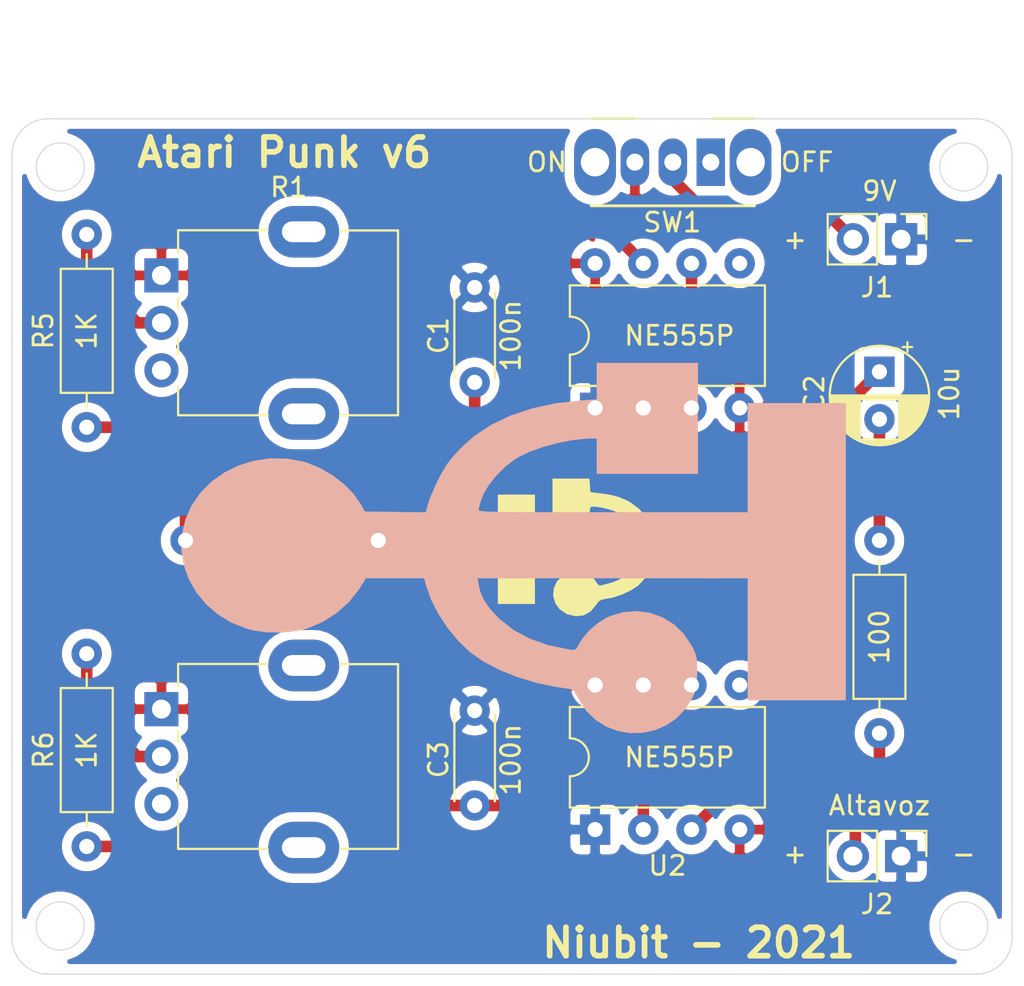
<source format=kicad_pcb>
(kicad_pcb (version 20171130) (host pcbnew 5.1.10-88a1d61d58~88~ubuntu20.04.1)

  (general
    (thickness 1.6)
    (drawings 22)
    (tracks 47)
    (zones 0)
    (modules 16)
    (nets 16)
  )

  (page A4)
  (layers
    (0 F.Cu signal)
    (31 B.Cu signal)
    (32 B.Adhes user)
    (33 F.Adhes user)
    (34 B.Paste user)
    (35 F.Paste user)
    (36 B.SilkS user)
    (37 F.SilkS user)
    (38 B.Mask user)
    (39 F.Mask user)
    (40 Dwgs.User user)
    (41 Cmts.User user)
    (42 Eco1.User user)
    (43 Eco2.User user)
    (44 Edge.Cuts user)
    (45 Margin user)
    (46 B.CrtYd user)
    (47 F.CrtYd user)
    (48 B.Fab user)
    (49 F.Fab user)
  )

  (setup
    (last_trace_width 0.25)
    (user_trace_width 0.6096)
    (trace_clearance 0.2)
    (zone_clearance 0.508)
    (zone_45_only no)
    (trace_min 0.2)
    (via_size 0.8)
    (via_drill 0.4)
    (via_min_size 0.4)
    (via_min_drill 0.3)
    (uvia_size 0.3)
    (uvia_drill 0.1)
    (uvias_allowed no)
    (uvia_min_size 0.2)
    (uvia_min_drill 0.1)
    (edge_width 0.05)
    (segment_width 0.2)
    (pcb_text_width 0.3)
    (pcb_text_size 1.5 1.5)
    (mod_edge_width 0.12)
    (mod_text_size 1 1)
    (mod_text_width 0.15)
    (pad_size 1.524 1.524)
    (pad_drill 0.762)
    (pad_to_mask_clearance 0.05)
    (aux_axis_origin 0 0)
    (grid_origin 86.995 142.875)
    (visible_elements FFFFFF7F)
    (pcbplotparams
      (layerselection 0x010f0_ffffffff)
      (usegerberextensions false)
      (usegerberattributes true)
      (usegerberadvancedattributes true)
      (creategerberjobfile true)
      (excludeedgelayer true)
      (linewidth 0.100000)
      (plotframeref false)
      (viasonmask false)
      (mode 1)
      (useauxorigin false)
      (hpglpennumber 1)
      (hpglpenspeed 20)
      (hpglpendiameter 15.000000)
      (psnegative false)
      (psa4output false)
      (plotreference true)
      (plotvalue true)
      (plotinvisibletext false)
      (padsonsilk false)
      (subtractmaskfromsilk true)
      (outputformat 1)
      (mirror false)
      (drillshape 0)
      (scaleselection 1)
      (outputdirectory "gerber/"))
  )

  (net 0 "")
  (net 1 GND)
  (net 2 "Net-(C1-Pad2)")
  (net 3 "Net-(C2-Pad1)")
  (net 4 "Net-(C2-Pad2)")
  (net 5 "Net-(C3-Pad1)")
  (net 6 +9V)
  (net 7 AUDIO)
  (net 8 "Net-(R1-Pad2)")
  (net 9 "Net-(U1-Pad5)")
  (net 10 "Net-(U1-Pad3)")
  (net 11 "Net-(U2-Pad5)")
  (net 12 "Net-(R2-Pad2)")
  (net 13 "Net-(R4-Pad2)")
  (net 14 "Net-(J1-Pad2)")
  (net 15 "Net-(SW1-Pad1)")

  (net_class Default "This is the default net class."
    (clearance 0.2)
    (trace_width 0.25)
    (via_dia 0.8)
    (via_drill 0.4)
    (uvia_dia 0.3)
    (uvia_drill 0.1)
    (add_net +9V)
    (add_net AUDIO)
    (add_net GND)
    (add_net "Net-(C1-Pad2)")
    (add_net "Net-(C2-Pad1)")
    (add_net "Net-(C2-Pad2)")
    (add_net "Net-(C3-Pad1)")
    (add_net "Net-(J1-Pad2)")
    (add_net "Net-(R1-Pad2)")
    (add_net "Net-(R2-Pad2)")
    (add_net "Net-(R4-Pad2)")
    (add_net "Net-(SW1-Pad1)")
    (add_net "Net-(U1-Pad3)")
    (add_net "Net-(U1-Pad5)")
    (add_net "Net-(U2-Pad5)")
  )

  (module eduardofilo_footprints:Potentiometer_Alpha_RD901F-40-00D_Single_Vertical_mod (layer F.Cu) (tedit 60E6BFBF) (tstamp 5FE4F685)
    (at 94.869 128.905)
    (descr "Potentiometer, vertical, 9mm, single, http://www.taiwanalpha.com.tw/downloads?target=products&id=113")
    (tags "potentiometer vertical 9mm single")
    (path /5FE4885F)
    (fp_text reference R4 (at 6.71 -4.64 180) (layer F.SilkS)
      (effects (font (size 1 1) (thickness 0.15)))
    )
    (fp_text value 500K (at 0 9.86 180) (layer F.Fab)
      (effects (font (size 1 1) (thickness 0.15)))
    )
    (fp_line (start 0.88 4.16) (end 0.88 3.33) (layer F.SilkS) (width 0.12))
    (fp_line (start 0.88 1.71) (end 0.88 1.18) (layer F.SilkS) (width 0.12))
    (fp_line (start 0.88 -1.19) (end 0.88 -2.37) (layer F.SilkS) (width 0.12))
    (fp_line (start 0.88 7.37) (end 5.6 7.37) (layer F.SilkS) (width 0.12))
    (fp_line (start 9.41 -2.37) (end 12.47 -2.37) (layer F.SilkS) (width 0.12))
    (fp_line (start 1 7.25) (end 12.35 7.25) (layer F.Fab) (width 0.1))
    (fp_line (start 1 -2.25) (end 12.35 -2.25) (layer F.Fab) (width 0.1))
    (fp_line (start 12.35 7.25) (end 12.35 -2.25) (layer F.Fab) (width 0.1))
    (fp_line (start 1 7.25) (end 1 -2.25) (layer F.Fab) (width 0.1))
    (fp_circle (center 7.5 2.5) (end 7.5 -1) (layer F.Fab) (width 0.1))
    (fp_line (start 0.88 -2.38) (end 5.6 -2.38) (layer F.SilkS) (width 0.12))
    (fp_line (start 9.41 7.37) (end 12.47 7.37) (layer F.SilkS) (width 0.12))
    (fp_line (start 0.88 7.37) (end 0.88 5.88) (layer F.SilkS) (width 0.12))
    (fp_line (start 12.47 7.37) (end 12.47 -2.37) (layer F.SilkS) (width 0.12))
    (fp_line (start 12.6 8.91) (end 12.6 -3.91) (layer F.CrtYd) (width 0.05))
    (fp_line (start 12.6 -3.91) (end -1.15 -3.91) (layer F.CrtYd) (width 0.05))
    (fp_line (start -1.15 -3.91) (end -1.15 8.91) (layer F.CrtYd) (width 0.05))
    (fp_line (start -1.15 8.91) (end 12.6 8.91) (layer F.CrtYd) (width 0.05))
    (fp_text user %R (at 7.62 2.54) (layer F.Fab)
      (effects (font (size 1 1) (thickness 0.15)))
    )
    (pad "" thru_hole oval (at 7.5 -2.3 90) (size 2.72 3.74) (drill oval 1.1 2.3) (layers *.Cu *.Mask))
    (pad "" thru_hole oval (at 7.5 7.3 90) (size 2.72 3.74) (drill oval 1.1 2.3) (layers *.Cu *.Mask))
    (pad 3 thru_hole circle (at 0 5 90) (size 1.8 1.8) (drill 1) (layers *.Cu *.Mask))
    (pad 2 thru_hole circle (at 0 2.5 90) (size 1.8 1.8) (drill 1) (layers *.Cu *.Mask)
      (net 13 "Net-(R4-Pad2)"))
    (pad 1 thru_hole rect (at 0 0 90) (size 1.8 1.8) (drill 1) (layers *.Cu *.Mask)
      (net 6 +9V))
    (model ${KISYS3DMOD}/Potentiometer_THT.3dshapes/Potentiometer_Alpha_RD901F-40-00D_Single_Vertical.wrl
      (at (xyz 0 0 0))
      (scale (xyz 1 1 1))
      (rotate (xyz 0 0 0))
    )
  )

  (module eduardofilo_footprints:Potentiometer_Alpha_RD901F-40-00D_Single_Vertical_mod (layer F.Cu) (tedit 60E6BFBF) (tstamp 5FE4F63B)
    (at 94.869 106.045)
    (descr "Potentiometer, vertical, 9mm, single, http://www.taiwanalpha.com.tw/downloads?target=products&id=113")
    (tags "potentiometer vertical 9mm single")
    (path /5FE483A4)
    (fp_text reference R1 (at 6.71 -4.64 180) (layer F.SilkS)
      (effects (font (size 1 1) (thickness 0.15)))
    )
    (fp_text value 500K (at 0 9.86 180) (layer F.Fab)
      (effects (font (size 1 1) (thickness 0.15)))
    )
    (fp_line (start 0.88 4.16) (end 0.88 3.33) (layer F.SilkS) (width 0.12))
    (fp_line (start 0.88 1.71) (end 0.88 1.18) (layer F.SilkS) (width 0.12))
    (fp_line (start 0.88 -1.19) (end 0.88 -2.37) (layer F.SilkS) (width 0.12))
    (fp_line (start 0.88 7.37) (end 5.6 7.37) (layer F.SilkS) (width 0.12))
    (fp_line (start 9.41 -2.37) (end 12.47 -2.37) (layer F.SilkS) (width 0.12))
    (fp_line (start 1 7.25) (end 12.35 7.25) (layer F.Fab) (width 0.1))
    (fp_line (start 1 -2.25) (end 12.35 -2.25) (layer F.Fab) (width 0.1))
    (fp_line (start 12.35 7.25) (end 12.35 -2.25) (layer F.Fab) (width 0.1))
    (fp_line (start 1 7.25) (end 1 -2.25) (layer F.Fab) (width 0.1))
    (fp_circle (center 7.5 2.5) (end 7.5 -1) (layer F.Fab) (width 0.1))
    (fp_line (start 0.88 -2.38) (end 5.6 -2.38) (layer F.SilkS) (width 0.12))
    (fp_line (start 9.41 7.37) (end 12.47 7.37) (layer F.SilkS) (width 0.12))
    (fp_line (start 0.88 7.37) (end 0.88 5.88) (layer F.SilkS) (width 0.12))
    (fp_line (start 12.47 7.37) (end 12.47 -2.37) (layer F.SilkS) (width 0.12))
    (fp_line (start 12.6 8.91) (end 12.6 -3.91) (layer F.CrtYd) (width 0.05))
    (fp_line (start 12.6 -3.91) (end -1.15 -3.91) (layer F.CrtYd) (width 0.05))
    (fp_line (start -1.15 -3.91) (end -1.15 8.91) (layer F.CrtYd) (width 0.05))
    (fp_line (start -1.15 8.91) (end 12.6 8.91) (layer F.CrtYd) (width 0.05))
    (fp_text user %R (at 7.62 2.54) (layer F.Fab)
      (effects (font (size 1 1) (thickness 0.15)))
    )
    (pad "" thru_hole oval (at 7.5 -2.3 90) (size 2.72 3.74) (drill oval 1.1 2.3) (layers *.Cu *.Mask))
    (pad "" thru_hole oval (at 7.5 7.3 90) (size 2.72 3.74) (drill oval 1.1 2.3) (layers *.Cu *.Mask))
    (pad 3 thru_hole circle (at 0 5 90) (size 1.8 1.8) (drill 1) (layers *.Cu *.Mask))
    (pad 2 thru_hole circle (at 0 2.5 90) (size 1.8 1.8) (drill 1) (layers *.Cu *.Mask)
      (net 8 "Net-(R1-Pad2)"))
    (pad 1 thru_hole rect (at 0 0 90) (size 1.8 1.8) (drill 1) (layers *.Cu *.Mask)
      (net 6 +9V))
    (model ${KISYS3DMOD}/Potentiometer_THT.3dshapes/Potentiometer_Alpha_RD901F-40-00D_Single_Vertical.wrl
      (at (xyz 0 0 0))
      (scale (xyz 1 1 1))
      (rotate (xyz 0 0 0))
    )
  )

  (module eduardofilo_footprints:niubit_logo_35mm (layer B.Cu) (tedit 0) (tstamp 608AC94D)
    (at 113.411 120.396 270)
    (fp_text reference G*** (at 0 0 270) (layer B.SilkS) hide
      (effects (font (size 1.524 1.524) (thickness 0.3)) (justify mirror))
    )
    (fp_text value LOGO (at 0.75 0 270) (layer B.SilkS) hide
      (effects (font (size 1.524 1.524) (thickness 0.3)) (justify mirror))
    )
    (fp_poly (pts (xy 0.915612 17.361112) (xy 1.659958 17.096302) (xy 2.351583 16.702615) (xy 2.974321 16.190061)
      (xy 3.512006 15.568649) (xy 3.948472 14.848387) (xy 4.267552 14.039284) (xy 4.364132 13.668836)
      (xy 4.456194 13.02152) (xy 4.471509 12.306936) (xy 4.412924 11.594466) (xy 4.283288 10.953492)
      (xy 4.247814 10.83604) (xy 3.907985 10.037067) (xy 3.433824 9.296512) (xy 2.850629 8.647036)
      (xy 2.183696 8.121302) (xy 2.108463 8.073757) (xy 1.608667 7.765265) (xy 1.608667 4.691788)
      (xy 2.010834 4.58582) (xy 2.735532 4.329017) (xy 3.485972 3.945018) (xy 4.220155 3.461819)
      (xy 4.896083 2.907418) (xy 5.471757 2.309813) (xy 5.528719 2.240714) (xy 6.014685 1.537356)
      (xy 6.450959 0.699633) (xy 6.826019 -0.241846) (xy 7.12834 -1.256468) (xy 7.346397 -2.313625)
      (xy 7.408919 -2.753476) (xy 7.441952 -2.976515) (xy 7.497148 -3.123987) (xy 7.61015 -3.238293)
      (xy 7.8166 -3.361837) (xy 8.001941 -3.458964) (xy 8.603302 -3.856846) (xy 9.080545 -4.348264)
      (xy 9.434044 -4.911969) (xy 9.664173 -5.52671) (xy 9.771307 -6.171239) (xy 9.755818 -6.824306)
      (xy 9.618082 -7.464661) (xy 9.358471 -8.071056) (xy 8.97736 -8.622242) (xy 8.475123 -9.096967)
      (xy 7.896468 -9.452777) (xy 7.647383 -9.565148) (xy 7.425393 -9.635497) (xy 7.176856 -9.673368)
      (xy 6.848129 -9.688302) (xy 6.561667 -9.690229) (xy 6.160908 -9.686129) (xy 5.875613 -9.666843)
      (xy 5.651967 -9.621576) (xy 5.436159 -9.539537) (xy 5.180813 -9.413268) (xy 4.558558 -9.001606)
      (xy 4.056778 -8.485952) (xy 3.682694 -7.888204) (xy 3.44353 -7.230261) (xy 3.34651 -6.53402)
      (xy 3.398856 -5.82138) (xy 3.607793 -5.114237) (xy 3.697356 -4.916077) (xy 3.975383 -4.467588)
      (xy 4.346178 -4.035487) (xy 4.759145 -3.672862) (xy 5.068927 -3.476982) (xy 5.28129 -3.359822)
      (xy 5.376316 -3.255221) (xy 5.388629 -3.101027) (xy 5.368 -2.940103) (xy 5.140639 -1.840773)
      (xy 4.795819 -0.863252) (xy 4.33341 -0.00725) (xy 3.753284 0.727518) (xy 3.694797 0.788218)
      (xy 3.205501 1.239505) (xy 2.748079 1.552872) (xy 2.290762 1.747318) (xy 1.9685 1.820541)
      (xy 1.608667 1.877551) (xy 1.608667 -12.361333) (xy 8.043334 -12.361333) (xy 8.043334 -17.526)
      (xy -7.62 -17.526) (xy -7.62 -12.361333) (xy -1.862666 -12.361333) (xy -1.862667 -5.243627)
      (xy -1.862808 -3.980078) (xy -1.86338 -2.875326) (xy -1.864604 -1.918833) (xy -1.866699 -1.100064)
      (xy -1.869886 -0.40848) (xy -1.874387 0.166453) (xy -1.880422 0.635274) (xy -1.888212 1.008519)
      (xy -1.897977 1.296724) (xy -1.909938 1.510427) (xy -1.924316 1.660164) (xy -1.941331 1.756471)
      (xy -1.961205 1.809886) (xy -1.984157 1.830945) (xy -2.010409 1.830185) (xy -2.010833 1.83006)
      (xy -2.201684 1.778882) (xy -2.413 1.727674) (xy -2.851053 1.561971) (xy -3.326156 1.272014)
      (xy -3.80412 0.887166) (xy -4.250755 0.43679) (xy -4.631871 -0.04975) (xy -4.802532 -0.324556)
      (xy -5.069021 -0.89073) (xy -5.310277 -1.571483) (xy -5.512506 -2.312448) (xy -5.661909 -3.059256)
      (xy -5.744692 -3.757541) (xy -5.756834 -4.085166) (xy -5.757333 -4.402666) (xy -3.894666 -4.402666)
      (xy -3.894666 -9.736666) (xy -9.736666 -9.736666) (xy -9.736666 -4.402666) (xy -7.814873 -4.402666)
      (xy -7.76249 -3.6195) (xy -7.609252 -2.254899) (xy -7.340372 -0.997625) (xy -6.957859 0.147204)
      (xy -6.463721 1.174473) (xy -5.859965 2.079064) (xy -5.265313 2.744533) (xy -4.971892 3.018086)
      (xy -4.669 3.278949) (xy -4.416018 3.476273) (xy -4.387395 3.496324) (xy -4.043111 3.707167)
      (xy -3.607255 3.938114) (xy -3.136065 4.162609) (xy -2.685778 4.354095) (xy -2.312631 4.486014)
      (xy -2.260532 4.500708) (xy -1.859136 4.608065) (xy -1.882068 6.218293) (xy -1.905 7.828522)
      (xy -2.286 8.03526) (xy -2.827764 8.409707) (xy -3.344875 8.917357) (xy -3.810495 9.522096)
      (xy -4.197788 10.187806) (xy -4.479918 10.878374) (xy -4.533264 11.059503) (xy -4.692537 11.940147)
      (xy -4.704561 12.817462) (xy -4.578543 13.672726) (xy -4.323695 14.487219) (xy -3.949227 15.242219)
      (xy -3.464347 15.919003) (xy -2.878267 16.498851) (xy -2.200195 16.963041) (xy -1.472092 17.282196)
      (xy -0.66658 17.464068) (xy 0.134711 17.487037) (xy 0.915612 17.361112)) (layer B.SilkS) (width 0.01))
  )

  (module Button_Switch_THT:SW_CuK_OS102011MA1QN1_SPDT_Angled (layer F.Cu) (tedit 5A02FE31) (tstamp 6089301F)
    (at 123.825 100.076 180)
    (descr "CuK miniature slide switch, OS series, SPDT, right angle, http://www.ckswitches.com/media/1428/os.pdf")
    (tags "switch SPDT")
    (path /608B1CDF)
    (fp_text reference SW1 (at 2.032 -3.175 180) (layer F.SilkS)
      (effects (font (size 1 1) (thickness 0.15)))
    )
    (fp_text value SK12D07VG4 (at 1.7 7.7) (layer F.Fab)
      (effects (font (size 1 1) (thickness 0.15)))
    )
    (fp_line (start -2.3 -2.2) (end 6.3 -2.2) (layer F.Fab) (width 0.1))
    (fp_line (start -2.3 -2.2) (end -2.3 2.2) (layer F.Fab) (width 0.1))
    (fp_line (start -2.3 2.2) (end 6.3 2.2) (layer F.Fab) (width 0.1))
    (fp_line (start 6.3 2.2) (end 6.3 -2.2) (layer F.Fab) (width 0.1))
    (fp_line (start 2 2.2) (end 2 6.2) (layer F.Fab) (width 0.1))
    (fp_line (start 2 6.2) (end 0 6.2) (layer F.Fab) (width 0.1))
    (fp_line (start 0 6.2) (end 0 2.2) (layer F.Fab) (width 0.1))
    (fp_line (start -2.3 -2.3) (end 6.3 -2.3) (layer F.SilkS) (width 0.15))
    (fp_line (start -2.3 2.3) (end -0.1 2.3) (layer F.SilkS) (width 0.15))
    (fp_line (start 4 2.3) (end 6.3 2.3) (layer F.SilkS) (width 0.15))
    (fp_line (start 7.7 -2.7) (end 7.7 6.7) (layer F.CrtYd) (width 0.05))
    (fp_line (start 7.7 6.7) (end -3.7 6.7) (layer F.CrtYd) (width 0.05))
    (fp_line (start -3.7 6.7) (end -3.7 -2.7) (layer F.CrtYd) (width 0.05))
    (fp_line (start -3.7 -2.7) (end 7.7 -2.7) (layer F.CrtYd) (width 0.05))
    (fp_text user %R (at 2.3 1.7) (layer F.Fab)
      (effects (font (size 0.5 0.5) (thickness 0.1)))
    )
    (pad "" thru_hole oval (at 6.1 0 180) (size 2.2 3.5) (drill 1.5) (layers *.Cu *.Mask))
    (pad "" thru_hole oval (at -2.1 0 180) (size 2.2 3.5) (drill 1.5) (layers *.Cu *.Mask))
    (pad 3 thru_hole oval (at 4 0 180) (size 1.5 2.5) (drill 0.9) (layers *.Cu *.Mask)
      (net 6 +9V))
    (pad 2 thru_hole oval (at 2 0 180) (size 1.5 2.5) (drill 0.9) (layers *.Cu *.Mask)
      (net 14 "Net-(J1-Pad2)"))
    (pad 1 thru_hole rect (at 0 0 180) (size 1.5 2.5) (drill 0.9) (layers *.Cu *.Mask)
      (net 15 "Net-(SW1-Pad1)"))
    (model ${KISYS3DMOD}/Button_Switch_THT.3dshapes/SW_CuK_OS102011MA1QN1_SPDT_Angled.wrl
      (at (xyz 0 0 0))
      (scale (xyz 1 1 1))
      (rotate (xyz 0 0 0))
    )
    (model "${KIPRJMOD}/3d_models/SK-12D07-G 6 NS PA.stp"
      (offset (xyz 2 0 0))
      (scale (xyz 1 1 1))
      (rotate (xyz 0 90 0))
    )
  )

  (module Connector_PinHeader_2.54mm:PinHeader_1x02_P2.54mm_Vertical (layer F.Cu) (tedit 59FED5CC) (tstamp 6087E7FE)
    (at 133.858 136.652 270)
    (descr "Through hole straight pin header, 1x02, 2.54mm pitch, single row")
    (tags "Through hole pin header THT 1x02 2.54mm single row")
    (path /6089F405)
    (fp_text reference J2 (at 2.54 1.27 180) (layer F.SilkS)
      (effects (font (size 1 1) (thickness 0.15)))
    )
    (fp_text value Conn_01x02_Male (at 0 4.87 90) (layer F.Fab) hide
      (effects (font (size 1 1) (thickness 0.15)))
    )
    (fp_line (start 1.8 -1.8) (end -1.8 -1.8) (layer F.CrtYd) (width 0.05))
    (fp_line (start 1.8 4.35) (end 1.8 -1.8) (layer F.CrtYd) (width 0.05))
    (fp_line (start -1.8 4.35) (end 1.8 4.35) (layer F.CrtYd) (width 0.05))
    (fp_line (start -1.8 -1.8) (end -1.8 4.35) (layer F.CrtYd) (width 0.05))
    (fp_line (start -1.33 -1.33) (end 0 -1.33) (layer F.SilkS) (width 0.12))
    (fp_line (start -1.33 0) (end -1.33 -1.33) (layer F.SilkS) (width 0.12))
    (fp_line (start -1.33 1.27) (end 1.33 1.27) (layer F.SilkS) (width 0.12))
    (fp_line (start 1.33 1.27) (end 1.33 3.87) (layer F.SilkS) (width 0.12))
    (fp_line (start -1.33 1.27) (end -1.33 3.87) (layer F.SilkS) (width 0.12))
    (fp_line (start -1.33 3.87) (end 1.33 3.87) (layer F.SilkS) (width 0.12))
    (fp_line (start -1.27 -0.635) (end -0.635 -1.27) (layer F.Fab) (width 0.1))
    (fp_line (start -1.27 3.81) (end -1.27 -0.635) (layer F.Fab) (width 0.1))
    (fp_line (start 1.27 3.81) (end -1.27 3.81) (layer F.Fab) (width 0.1))
    (fp_line (start 1.27 -1.27) (end 1.27 3.81) (layer F.Fab) (width 0.1))
    (fp_line (start -0.635 -1.27) (end 1.27 -1.27) (layer F.Fab) (width 0.1))
    (fp_text user %R (at 0 1.27) (layer F.Fab) hide
      (effects (font (size 1 1) (thickness 0.15)))
    )
    (pad 2 thru_hole oval (at 0 2.54 270) (size 1.7 1.7) (drill 1) (layers *.Cu *.Mask)
      (net 7 AUDIO))
    (pad 1 thru_hole rect (at 0 0 270) (size 1.7 1.7) (drill 1) (layers *.Cu *.Mask)
      (net 1 GND))
    (model ${KISYS3DMOD}/Connector_PinHeader_2.54mm.3dshapes/PinHeader_1x02_P2.54mm_Vertical.wrl
      (at (xyz 0 0 0))
      (scale (xyz 1 1 1))
      (rotate (xyz 0 0 0))
    )
  )

  (module Connector_PinHeader_2.54mm:PinHeader_1x02_P2.54mm_Vertical (layer F.Cu) (tedit 59FED5CC) (tstamp 6087E7E8)
    (at 133.858 104.14 270)
    (descr "Through hole straight pin header, 1x02, 2.54mm pitch, single row")
    (tags "Through hole pin header THT 1x02 2.54mm single row")
    (path /60897D2C)
    (fp_text reference J1 (at 2.54 1.27 180) (layer F.SilkS)
      (effects (font (size 1 1) (thickness 0.15)))
    )
    (fp_text value Conn_01x02_Male (at 0 4.87 90) (layer F.Fab) hide
      (effects (font (size 1 1) (thickness 0.15)))
    )
    (fp_line (start 1.8 -1.8) (end -1.8 -1.8) (layer F.CrtYd) (width 0.05))
    (fp_line (start 1.8 4.35) (end 1.8 -1.8) (layer F.CrtYd) (width 0.05))
    (fp_line (start -1.8 4.35) (end 1.8 4.35) (layer F.CrtYd) (width 0.05))
    (fp_line (start -1.8 -1.8) (end -1.8 4.35) (layer F.CrtYd) (width 0.05))
    (fp_line (start -1.33 -1.33) (end 0 -1.33) (layer F.SilkS) (width 0.12))
    (fp_line (start -1.33 0) (end -1.33 -1.33) (layer F.SilkS) (width 0.12))
    (fp_line (start -1.33 1.27) (end 1.33 1.27) (layer F.SilkS) (width 0.12))
    (fp_line (start 1.33 1.27) (end 1.33 3.87) (layer F.SilkS) (width 0.12))
    (fp_line (start -1.33 1.27) (end -1.33 3.87) (layer F.SilkS) (width 0.12))
    (fp_line (start -1.33 3.87) (end 1.33 3.87) (layer F.SilkS) (width 0.12))
    (fp_line (start -1.27 -0.635) (end -0.635 -1.27) (layer F.Fab) (width 0.1))
    (fp_line (start -1.27 3.81) (end -1.27 -0.635) (layer F.Fab) (width 0.1))
    (fp_line (start 1.27 3.81) (end -1.27 3.81) (layer F.Fab) (width 0.1))
    (fp_line (start 1.27 -1.27) (end 1.27 3.81) (layer F.Fab) (width 0.1))
    (fp_line (start -0.635 -1.27) (end 1.27 -1.27) (layer F.Fab) (width 0.1))
    (fp_text user %R (at 0 1.27) (layer F.Fab) hide
      (effects (font (size 1 1) (thickness 0.15)))
    )
    (pad 2 thru_hole oval (at 0 2.54 270) (size 1.7 1.7) (drill 1) (layers *.Cu *.Mask)
      (net 14 "Net-(J1-Pad2)"))
    (pad 1 thru_hole rect (at 0 0 270) (size 1.7 1.7) (drill 1) (layers *.Cu *.Mask)
      (net 1 GND))
    (model ${KISYS3DMOD}/Connector_PinHeader_2.54mm.3dshapes/PinHeader_1x02_P2.54mm_Vertical.wrl
      (at (xyz 0 0 0))
      (scale (xyz 1 1 1))
      (rotate (xyz 0 0 0))
    )
  )

  (module Resistor_THT:R_Axial_DIN0207_L6.3mm_D2.5mm_P10.16mm_Horizontal (layer F.Cu) (tedit 5AE5139B) (tstamp 6087D62F)
    (at 90.932 136.144 90)
    (descr "Resistor, Axial_DIN0207 series, Axial, Horizontal, pin pitch=10.16mm, 0.25W = 1/4W, length*diameter=6.3*2.5mm^2, http://cdn-reichelt.de/documents/datenblatt/B400/1_4W%23YAG.pdf")
    (tags "Resistor Axial_DIN0207 series Axial Horizontal pin pitch 10.16mm 0.25W = 1/4W length 6.3mm diameter 2.5mm")
    (path /6089116C)
    (fp_text reference R6 (at 5.08 -2.286 270) (layer F.SilkS)
      (effects (font (size 1 1) (thickness 0.15)))
    )
    (fp_text value 1K (at 5.08 0 90) (layer F.SilkS)
      (effects (font (size 1 1) (thickness 0.15)))
    )
    (fp_line (start 11.21 -1.5) (end -1.05 -1.5) (layer F.CrtYd) (width 0.05))
    (fp_line (start 11.21 1.5) (end 11.21 -1.5) (layer F.CrtYd) (width 0.05))
    (fp_line (start -1.05 1.5) (end 11.21 1.5) (layer F.CrtYd) (width 0.05))
    (fp_line (start -1.05 -1.5) (end -1.05 1.5) (layer F.CrtYd) (width 0.05))
    (fp_line (start 9.12 0) (end 8.35 0) (layer F.SilkS) (width 0.12))
    (fp_line (start 1.04 0) (end 1.81 0) (layer F.SilkS) (width 0.12))
    (fp_line (start 8.35 -1.37) (end 1.81 -1.37) (layer F.SilkS) (width 0.12))
    (fp_line (start 8.35 1.37) (end 8.35 -1.37) (layer F.SilkS) (width 0.12))
    (fp_line (start 1.81 1.37) (end 8.35 1.37) (layer F.SilkS) (width 0.12))
    (fp_line (start 1.81 -1.37) (end 1.81 1.37) (layer F.SilkS) (width 0.12))
    (fp_line (start 10.16 0) (end 8.23 0) (layer F.Fab) (width 0.1))
    (fp_line (start 0 0) (end 1.93 0) (layer F.Fab) (width 0.1))
    (fp_line (start 8.23 -1.25) (end 1.93 -1.25) (layer F.Fab) (width 0.1))
    (fp_line (start 8.23 1.25) (end 8.23 -1.25) (layer F.Fab) (width 0.1))
    (fp_line (start 1.93 1.25) (end 8.23 1.25) (layer F.Fab) (width 0.1))
    (fp_line (start 1.93 -1.25) (end 1.93 1.25) (layer F.Fab) (width 0.1))
    (fp_text user %R (at 5.08 0 90) (layer F.Fab) hide
      (effects (font (size 1 1) (thickness 0.15)))
    )
    (pad 2 thru_hole oval (at 10.16 0 90) (size 1.6 1.6) (drill 0.8) (layers *.Cu *.Mask)
      (net 13 "Net-(R4-Pad2)"))
    (pad 1 thru_hole circle (at 0 0 90) (size 1.6 1.6) (drill 0.8) (layers *.Cu *.Mask)
      (net 5 "Net-(C3-Pad1)"))
    (model ${KISYS3DMOD}/Resistor_THT.3dshapes/R_Axial_DIN0207_L6.3mm_D2.5mm_P10.16mm_Horizontal.wrl
      (at (xyz 0 0 0))
      (scale (xyz 1 1 1))
      (rotate (xyz 0 0 0))
    )
  )

  (module Resistor_THT:R_Axial_DIN0207_L6.3mm_D2.5mm_P10.16mm_Horizontal (layer F.Cu) (tedit 5AE5139B) (tstamp 6087D618)
    (at 90.932 114.046 90)
    (descr "Resistor, Axial_DIN0207 series, Axial, Horizontal, pin pitch=10.16mm, 0.25W = 1/4W, length*diameter=6.3*2.5mm^2, http://cdn-reichelt.de/documents/datenblatt/B400/1_4W%23YAG.pdf")
    (tags "Resistor Axial_DIN0207 series Axial Horizontal pin pitch 10.16mm 0.25W = 1/4W length 6.3mm diameter 2.5mm")
    (path /608860B0)
    (fp_text reference R5 (at 5.08 -2.286 270) (layer F.SilkS)
      (effects (font (size 1 1) (thickness 0.15)))
    )
    (fp_text value 1K (at 5.08 0 90) (layer F.SilkS)
      (effects (font (size 1 1) (thickness 0.15)))
    )
    (fp_line (start 11.21 -1.5) (end -1.05 -1.5) (layer F.CrtYd) (width 0.05))
    (fp_line (start 11.21 1.5) (end 11.21 -1.5) (layer F.CrtYd) (width 0.05))
    (fp_line (start -1.05 1.5) (end 11.21 1.5) (layer F.CrtYd) (width 0.05))
    (fp_line (start -1.05 -1.5) (end -1.05 1.5) (layer F.CrtYd) (width 0.05))
    (fp_line (start 9.12 0) (end 8.35 0) (layer F.SilkS) (width 0.12))
    (fp_line (start 1.04 0) (end 1.81 0) (layer F.SilkS) (width 0.12))
    (fp_line (start 8.35 -1.37) (end 1.81 -1.37) (layer F.SilkS) (width 0.12))
    (fp_line (start 8.35 1.37) (end 8.35 -1.37) (layer F.SilkS) (width 0.12))
    (fp_line (start 1.81 1.37) (end 8.35 1.37) (layer F.SilkS) (width 0.12))
    (fp_line (start 1.81 -1.37) (end 1.81 1.37) (layer F.SilkS) (width 0.12))
    (fp_line (start 10.16 0) (end 8.23 0) (layer F.Fab) (width 0.1))
    (fp_line (start 0 0) (end 1.93 0) (layer F.Fab) (width 0.1))
    (fp_line (start 8.23 -1.25) (end 1.93 -1.25) (layer F.Fab) (width 0.1))
    (fp_line (start 8.23 1.25) (end 8.23 -1.25) (layer F.Fab) (width 0.1))
    (fp_line (start 1.93 1.25) (end 8.23 1.25) (layer F.Fab) (width 0.1))
    (fp_line (start 1.93 -1.25) (end 1.93 1.25) (layer F.Fab) (width 0.1))
    (fp_text user %R (at 5.08 0 90) (layer F.Fab) hide
      (effects (font (size 1 1) (thickness 0.15)))
    )
    (pad 2 thru_hole oval (at 10.16 0 90) (size 1.6 1.6) (drill 0.8) (layers *.Cu *.Mask)
      (net 8 "Net-(R1-Pad2)"))
    (pad 1 thru_hole circle (at 0 0 90) (size 1.6 1.6) (drill 0.8) (layers *.Cu *.Mask)
      (net 12 "Net-(R2-Pad2)"))
    (model ${KISYS3DMOD}/Resistor_THT.3dshapes/R_Axial_DIN0207_L6.3mm_D2.5mm_P10.16mm_Horizontal.wrl
      (at (xyz 0 0 0))
      (scale (xyz 1 1 1))
      (rotate (xyz 0 0 0))
    )
  )

  (module eduardofilo_footprints:niubit_logo_13mm (layer F.Cu) (tedit 60804404) (tstamp 60874418)
    (at 119.126 120.396 270)
    (fp_text reference G*** (at 0 -7.62 90) (layer F.SilkS) hide
      (effects (font (size 1.524 1.524) (thickness 0.3)))
    )
    (fp_text value LOGO (at 0 7.62 90) (layer F.SilkS) hide
      (effects (font (size 1.524 1.524) (thickness 0.3)))
    )
    (fp_poly (pts (xy 0.200677 -6.474012) (xy 0.640436 -6.320386) (xy 1.041209 -6.030827) (xy 1.377886 -5.607255)
      (xy 1.455282 -5.46873) (xy 1.582983 -5.06609) (xy 1.61266 -4.591597) (xy 1.548578 -4.108348)
      (xy 1.395002 -3.679438) (xy 1.326399 -3.562069) (xy 1.133789 -3.317936) (xy 0.923045 -3.118018)
      (xy 0.841063 -3.061706) (xy 0.712444 -2.978542) (xy 0.638422 -2.881823) (xy 0.603905 -2.726012)
      (xy 0.593798 -2.465573) (xy 0.593202 -2.313894) (xy 0.595714 -1.999059) (xy 0.613799 -1.813752)
      (xy 0.662242 -1.718168) (xy 0.755829 -1.672504) (xy 0.838793 -1.65273) (xy 1.095111 -1.550875)
      (xy 1.4081 -1.363558) (xy 1.720427 -1.130525) (xy 1.974759 -0.891519) (xy 2.028513 -0.827997)
      (xy 2.259416 -0.463166) (xy 2.468427 -0.008729) (xy 2.622763 0.455934) (xy 2.68183 0.753955)
      (xy 2.729045 1.02656) (xy 2.812322 1.193903) (xy 2.96725 1.320058) (xy 3.011049 1.346624)
      (xy 3.361813 1.638508) (xy 3.563864 2.002584) (xy 3.611733 2.420738) (xy 3.499953 2.874856)
      (xy 3.483802 2.912531) (xy 3.248008 3.261657) (xy 2.92248 3.495745) (xy 2.5448 3.604773)
      (xy 2.152549 3.578716) (xy 1.78331 3.40755) (xy 1.742564 3.376966) (xy 1.480455 3.081789)
      (xy 1.325283 2.719516) (xy 1.275541 2.329144) (xy 1.329722 1.94967) (xy 1.486317 1.620092)
      (xy 1.743819 1.379406) (xy 1.821355 1.338796) (xy 1.976849 1.218095) (xy 1.999936 1.107689)
      (xy 1.888116 0.68582) (xy 1.795879 0.387623) (xy 1.70396 0.171953) (xy 1.593093 -0.002335)
      (xy 1.444012 -0.176386) (xy 1.354613 -0.270485) (xy 1.101631 -0.503109) (xy 0.886119 -0.645538)
      (xy 0.777565 -0.677333) (xy 0.592667 -0.677333) (xy 0.592667 4.572) (xy 2.963334 4.572)
      (xy 2.963334 6.519333) (xy -2.794 6.519333) (xy -2.794 4.572) (xy -0.677333 4.572)
      (xy -0.677333 1.947333) (xy -0.677779 1.211527) (xy -0.679811 0.627568) (xy -0.684473 0.17797)
      (xy -0.692809 -0.154751) (xy -0.705862 -0.388081) (xy -0.724676 -0.539505) (xy -0.750294 -0.62651)
      (xy -0.783759 -0.666579) (xy -0.826115 -0.677199) (xy -0.833963 -0.677333) (xy -1.053758 -0.611111)
      (xy -1.315884 -0.437953) (xy -1.575548 -0.196128) (xy -1.78796 0.076097) (xy -1.854292 0.194367)
      (xy -1.957202 0.455426) (xy -2.050025 0.773847) (xy -2.122469 1.100244) (xy -2.164244 1.385233)
      (xy -2.165058 1.579429) (xy -2.151531 1.620751) (xy -2.04444 1.669734) (xy -1.842406 1.693025)
      (xy -1.815336 1.693333) (xy -1.524 1.693333) (xy -1.524 3.640667) (xy -3.640666 3.640667)
      (xy -3.640666 1.703069) (xy -3.280833 1.677035) (xy -2.921 1.651) (xy -2.863911 1.133522)
      (xy -2.781937 0.581524) (xy -2.660038 0.129795) (xy -2.477464 -0.289639) (xy -2.369065 -0.487551)
      (xy -2.044082 -0.915851) (xy -1.615048 -1.289669) (xy -1.141049 -1.560433) (xy -0.998024 -1.614599)
      (xy -0.677333 -1.720437) (xy -0.677333 -2.801393) (xy -1.129675 -3.24302) (xy -1.394777 -3.523659)
      (xy -1.559776 -3.765538) (xy -1.662301 -4.028398) (xy -1.689172 -4.131321) (xy -1.754204 -4.715032)
      (xy -1.656466 -5.257327) (xy -1.446063 -5.690752) (xy -1.10144 -6.100074) (xy -0.69537 -6.365777)
      (xy -0.252961 -6.489783) (xy 0.200677 -6.474012)) (layer F.SilkS) (width 0.01))
  )

  (module Capacitor_THT:C_Disc_D4.3mm_W1.9mm_P5.00mm (layer F.Cu) (tedit 5AE50EF0) (tstamp 5FE4F55A)
    (at 111.379 106.68 270)
    (descr "C, Disc series, Radial, pin pitch=5.00mm, , diameter*width=4.3*1.9mm^2, Capacitor, http://www.vishay.com/docs/45233/krseries.pdf")
    (tags "C Disc series Radial pin pitch 5.00mm  diameter 4.3mm width 1.9mm Capacitor")
    (path /5FE48C96)
    (fp_text reference C1 (at 2.54 1.905 270) (layer F.SilkS)
      (effects (font (size 1 1) (thickness 0.15)))
    )
    (fp_text value 100n (at 2.54 -1.905 270) (layer F.SilkS)
      (effects (font (size 1 1) (thickness 0.15)))
    )
    (fp_line (start 0.35 -0.95) (end 0.35 0.95) (layer F.Fab) (width 0.1))
    (fp_line (start 0.35 0.95) (end 4.65 0.95) (layer F.Fab) (width 0.1))
    (fp_line (start 4.65 0.95) (end 4.65 -0.95) (layer F.Fab) (width 0.1))
    (fp_line (start 4.65 -0.95) (end 0.35 -0.95) (layer F.Fab) (width 0.1))
    (fp_line (start 0.23 -1.07) (end 4.77 -1.07) (layer F.SilkS) (width 0.12))
    (fp_line (start 0.23 1.07) (end 4.77 1.07) (layer F.SilkS) (width 0.12))
    (fp_line (start 0.23 -1.07) (end 0.23 -1.055) (layer F.SilkS) (width 0.12))
    (fp_line (start 0.23 1.055) (end 0.23 1.07) (layer F.SilkS) (width 0.12))
    (fp_line (start 4.77 -1.07) (end 4.77 -1.055) (layer F.SilkS) (width 0.12))
    (fp_line (start 4.77 1.055) (end 4.77 1.07) (layer F.SilkS) (width 0.12))
    (fp_line (start -1.05 -1.2) (end -1.05 1.2) (layer F.CrtYd) (width 0.05))
    (fp_line (start -1.05 1.2) (end 6.05 1.2) (layer F.CrtYd) (width 0.05))
    (fp_line (start 6.05 1.2) (end 6.05 -1.2) (layer F.CrtYd) (width 0.05))
    (fp_line (start 6.05 -1.2) (end -1.05 -1.2) (layer F.CrtYd) (width 0.05))
    (fp_text user %R (at 2.5 0 90) (layer F.Fab) hide
      (effects (font (size 0.86 0.86) (thickness 0.129)))
    )
    (pad 1 thru_hole circle (at 0 0 270) (size 1.6 1.6) (drill 0.8) (layers *.Cu *.Mask)
      (net 1 GND))
    (pad 2 thru_hole circle (at 5 0 270) (size 1.6 1.6) (drill 0.8) (layers *.Cu *.Mask)
      (net 2 "Net-(C1-Pad2)"))
    (model ${KISYS3DMOD}/Capacitor_THT.3dshapes/C_Disc_D4.3mm_W1.9mm_P5.00mm.wrl
      (at (xyz 0 0 0))
      (scale (xyz 1 1 1))
      (rotate (xyz 0 0 0))
    )
  )

  (module Capacitor_THT:CP_Radial_D5.0mm_P2.50mm (layer F.Cu) (tedit 5AE50EF0) (tstamp 5FE4F5DE)
    (at 132.715 111.125 270)
    (descr "CP, Radial series, Radial, pin pitch=2.50mm, , diameter=5mm, Electrolytic Capacitor")
    (tags "CP Radial series Radial pin pitch 2.50mm  diameter 5mm Electrolytic Capacitor")
    (path /5FE49AE7)
    (fp_text reference C2 (at 1.143 3.429 270) (layer F.SilkS)
      (effects (font (size 1 1) (thickness 0.15)))
    )
    (fp_text value 10u (at 1.143 -3.683 270) (layer F.SilkS)
      (effects (font (size 1 1) (thickness 0.15)))
    )
    (fp_circle (center 1.25 0) (end 3.75 0) (layer F.Fab) (width 0.1))
    (fp_circle (center 1.25 0) (end 3.87 0) (layer F.SilkS) (width 0.12))
    (fp_circle (center 1.25 0) (end 4 0) (layer F.CrtYd) (width 0.05))
    (fp_line (start -0.883605 -1.0875) (end -0.383605 -1.0875) (layer F.Fab) (width 0.1))
    (fp_line (start -0.633605 -1.3375) (end -0.633605 -0.8375) (layer F.Fab) (width 0.1))
    (fp_line (start 1.25 -2.58) (end 1.25 2.58) (layer F.SilkS) (width 0.12))
    (fp_line (start 1.29 -2.58) (end 1.29 2.58) (layer F.SilkS) (width 0.12))
    (fp_line (start 1.33 -2.579) (end 1.33 2.579) (layer F.SilkS) (width 0.12))
    (fp_line (start 1.37 -2.578) (end 1.37 2.578) (layer F.SilkS) (width 0.12))
    (fp_line (start 1.41 -2.576) (end 1.41 2.576) (layer F.SilkS) (width 0.12))
    (fp_line (start 1.45 -2.573) (end 1.45 2.573) (layer F.SilkS) (width 0.12))
    (fp_line (start 1.49 -2.569) (end 1.49 -1.04) (layer F.SilkS) (width 0.12))
    (fp_line (start 1.49 1.04) (end 1.49 2.569) (layer F.SilkS) (width 0.12))
    (fp_line (start 1.53 -2.565) (end 1.53 -1.04) (layer F.SilkS) (width 0.12))
    (fp_line (start 1.53 1.04) (end 1.53 2.565) (layer F.SilkS) (width 0.12))
    (fp_line (start 1.57 -2.561) (end 1.57 -1.04) (layer F.SilkS) (width 0.12))
    (fp_line (start 1.57 1.04) (end 1.57 2.561) (layer F.SilkS) (width 0.12))
    (fp_line (start 1.61 -2.556) (end 1.61 -1.04) (layer F.SilkS) (width 0.12))
    (fp_line (start 1.61 1.04) (end 1.61 2.556) (layer F.SilkS) (width 0.12))
    (fp_line (start 1.65 -2.55) (end 1.65 -1.04) (layer F.SilkS) (width 0.12))
    (fp_line (start 1.65 1.04) (end 1.65 2.55) (layer F.SilkS) (width 0.12))
    (fp_line (start 1.69 -2.543) (end 1.69 -1.04) (layer F.SilkS) (width 0.12))
    (fp_line (start 1.69 1.04) (end 1.69 2.543) (layer F.SilkS) (width 0.12))
    (fp_line (start 1.73 -2.536) (end 1.73 -1.04) (layer F.SilkS) (width 0.12))
    (fp_line (start 1.73 1.04) (end 1.73 2.536) (layer F.SilkS) (width 0.12))
    (fp_line (start 1.77 -2.528) (end 1.77 -1.04) (layer F.SilkS) (width 0.12))
    (fp_line (start 1.77 1.04) (end 1.77 2.528) (layer F.SilkS) (width 0.12))
    (fp_line (start 1.81 -2.52) (end 1.81 -1.04) (layer F.SilkS) (width 0.12))
    (fp_line (start 1.81 1.04) (end 1.81 2.52) (layer F.SilkS) (width 0.12))
    (fp_line (start 1.85 -2.511) (end 1.85 -1.04) (layer F.SilkS) (width 0.12))
    (fp_line (start 1.85 1.04) (end 1.85 2.511) (layer F.SilkS) (width 0.12))
    (fp_line (start 1.89 -2.501) (end 1.89 -1.04) (layer F.SilkS) (width 0.12))
    (fp_line (start 1.89 1.04) (end 1.89 2.501) (layer F.SilkS) (width 0.12))
    (fp_line (start 1.93 -2.491) (end 1.93 -1.04) (layer F.SilkS) (width 0.12))
    (fp_line (start 1.93 1.04) (end 1.93 2.491) (layer F.SilkS) (width 0.12))
    (fp_line (start 1.971 -2.48) (end 1.971 -1.04) (layer F.SilkS) (width 0.12))
    (fp_line (start 1.971 1.04) (end 1.971 2.48) (layer F.SilkS) (width 0.12))
    (fp_line (start 2.011 -2.468) (end 2.011 -1.04) (layer F.SilkS) (width 0.12))
    (fp_line (start 2.011 1.04) (end 2.011 2.468) (layer F.SilkS) (width 0.12))
    (fp_line (start 2.051 -2.455) (end 2.051 -1.04) (layer F.SilkS) (width 0.12))
    (fp_line (start 2.051 1.04) (end 2.051 2.455) (layer F.SilkS) (width 0.12))
    (fp_line (start 2.091 -2.442) (end 2.091 -1.04) (layer F.SilkS) (width 0.12))
    (fp_line (start 2.091 1.04) (end 2.091 2.442) (layer F.SilkS) (width 0.12))
    (fp_line (start 2.131 -2.428) (end 2.131 -1.04) (layer F.SilkS) (width 0.12))
    (fp_line (start 2.131 1.04) (end 2.131 2.428) (layer F.SilkS) (width 0.12))
    (fp_line (start 2.171 -2.414) (end 2.171 -1.04) (layer F.SilkS) (width 0.12))
    (fp_line (start 2.171 1.04) (end 2.171 2.414) (layer F.SilkS) (width 0.12))
    (fp_line (start 2.211 -2.398) (end 2.211 -1.04) (layer F.SilkS) (width 0.12))
    (fp_line (start 2.211 1.04) (end 2.211 2.398) (layer F.SilkS) (width 0.12))
    (fp_line (start 2.251 -2.382) (end 2.251 -1.04) (layer F.SilkS) (width 0.12))
    (fp_line (start 2.251 1.04) (end 2.251 2.382) (layer F.SilkS) (width 0.12))
    (fp_line (start 2.291 -2.365) (end 2.291 -1.04) (layer F.SilkS) (width 0.12))
    (fp_line (start 2.291 1.04) (end 2.291 2.365) (layer F.SilkS) (width 0.12))
    (fp_line (start 2.331 -2.348) (end 2.331 -1.04) (layer F.SilkS) (width 0.12))
    (fp_line (start 2.331 1.04) (end 2.331 2.348) (layer F.SilkS) (width 0.12))
    (fp_line (start 2.371 -2.329) (end 2.371 -1.04) (layer F.SilkS) (width 0.12))
    (fp_line (start 2.371 1.04) (end 2.371 2.329) (layer F.SilkS) (width 0.12))
    (fp_line (start 2.411 -2.31) (end 2.411 -1.04) (layer F.SilkS) (width 0.12))
    (fp_line (start 2.411 1.04) (end 2.411 2.31) (layer F.SilkS) (width 0.12))
    (fp_line (start 2.451 -2.29) (end 2.451 -1.04) (layer F.SilkS) (width 0.12))
    (fp_line (start 2.451 1.04) (end 2.451 2.29) (layer F.SilkS) (width 0.12))
    (fp_line (start 2.491 -2.268) (end 2.491 -1.04) (layer F.SilkS) (width 0.12))
    (fp_line (start 2.491 1.04) (end 2.491 2.268) (layer F.SilkS) (width 0.12))
    (fp_line (start 2.531 -2.247) (end 2.531 -1.04) (layer F.SilkS) (width 0.12))
    (fp_line (start 2.531 1.04) (end 2.531 2.247) (layer F.SilkS) (width 0.12))
    (fp_line (start 2.571 -2.224) (end 2.571 -1.04) (layer F.SilkS) (width 0.12))
    (fp_line (start 2.571 1.04) (end 2.571 2.224) (layer F.SilkS) (width 0.12))
    (fp_line (start 2.611 -2.2) (end 2.611 -1.04) (layer F.SilkS) (width 0.12))
    (fp_line (start 2.611 1.04) (end 2.611 2.2) (layer F.SilkS) (width 0.12))
    (fp_line (start 2.651 -2.175) (end 2.651 -1.04) (layer F.SilkS) (width 0.12))
    (fp_line (start 2.651 1.04) (end 2.651 2.175) (layer F.SilkS) (width 0.12))
    (fp_line (start 2.691 -2.149) (end 2.691 -1.04) (layer F.SilkS) (width 0.12))
    (fp_line (start 2.691 1.04) (end 2.691 2.149) (layer F.SilkS) (width 0.12))
    (fp_line (start 2.731 -2.122) (end 2.731 -1.04) (layer F.SilkS) (width 0.12))
    (fp_line (start 2.731 1.04) (end 2.731 2.122) (layer F.SilkS) (width 0.12))
    (fp_line (start 2.771 -2.095) (end 2.771 -1.04) (layer F.SilkS) (width 0.12))
    (fp_line (start 2.771 1.04) (end 2.771 2.095) (layer F.SilkS) (width 0.12))
    (fp_line (start 2.811 -2.065) (end 2.811 -1.04) (layer F.SilkS) (width 0.12))
    (fp_line (start 2.811 1.04) (end 2.811 2.065) (layer F.SilkS) (width 0.12))
    (fp_line (start 2.851 -2.035) (end 2.851 -1.04) (layer F.SilkS) (width 0.12))
    (fp_line (start 2.851 1.04) (end 2.851 2.035) (layer F.SilkS) (width 0.12))
    (fp_line (start 2.891 -2.004) (end 2.891 -1.04) (layer F.SilkS) (width 0.12))
    (fp_line (start 2.891 1.04) (end 2.891 2.004) (layer F.SilkS) (width 0.12))
    (fp_line (start 2.931 -1.971) (end 2.931 -1.04) (layer F.SilkS) (width 0.12))
    (fp_line (start 2.931 1.04) (end 2.931 1.971) (layer F.SilkS) (width 0.12))
    (fp_line (start 2.971 -1.937) (end 2.971 -1.04) (layer F.SilkS) (width 0.12))
    (fp_line (start 2.971 1.04) (end 2.971 1.937) (layer F.SilkS) (width 0.12))
    (fp_line (start 3.011 -1.901) (end 3.011 -1.04) (layer F.SilkS) (width 0.12))
    (fp_line (start 3.011 1.04) (end 3.011 1.901) (layer F.SilkS) (width 0.12))
    (fp_line (start 3.051 -1.864) (end 3.051 -1.04) (layer F.SilkS) (width 0.12))
    (fp_line (start 3.051 1.04) (end 3.051 1.864) (layer F.SilkS) (width 0.12))
    (fp_line (start 3.091 -1.826) (end 3.091 -1.04) (layer F.SilkS) (width 0.12))
    (fp_line (start 3.091 1.04) (end 3.091 1.826) (layer F.SilkS) (width 0.12))
    (fp_line (start 3.131 -1.785) (end 3.131 -1.04) (layer F.SilkS) (width 0.12))
    (fp_line (start 3.131 1.04) (end 3.131 1.785) (layer F.SilkS) (width 0.12))
    (fp_line (start 3.171 -1.743) (end 3.171 -1.04) (layer F.SilkS) (width 0.12))
    (fp_line (start 3.171 1.04) (end 3.171 1.743) (layer F.SilkS) (width 0.12))
    (fp_line (start 3.211 -1.699) (end 3.211 -1.04) (layer F.SilkS) (width 0.12))
    (fp_line (start 3.211 1.04) (end 3.211 1.699) (layer F.SilkS) (width 0.12))
    (fp_line (start 3.251 -1.653) (end 3.251 -1.04) (layer F.SilkS) (width 0.12))
    (fp_line (start 3.251 1.04) (end 3.251 1.653) (layer F.SilkS) (width 0.12))
    (fp_line (start 3.291 -1.605) (end 3.291 -1.04) (layer F.SilkS) (width 0.12))
    (fp_line (start 3.291 1.04) (end 3.291 1.605) (layer F.SilkS) (width 0.12))
    (fp_line (start 3.331 -1.554) (end 3.331 -1.04) (layer F.SilkS) (width 0.12))
    (fp_line (start 3.331 1.04) (end 3.331 1.554) (layer F.SilkS) (width 0.12))
    (fp_line (start 3.371 -1.5) (end 3.371 -1.04) (layer F.SilkS) (width 0.12))
    (fp_line (start 3.371 1.04) (end 3.371 1.5) (layer F.SilkS) (width 0.12))
    (fp_line (start 3.411 -1.443) (end 3.411 -1.04) (layer F.SilkS) (width 0.12))
    (fp_line (start 3.411 1.04) (end 3.411 1.443) (layer F.SilkS) (width 0.12))
    (fp_line (start 3.451 -1.383) (end 3.451 -1.04) (layer F.SilkS) (width 0.12))
    (fp_line (start 3.451 1.04) (end 3.451 1.383) (layer F.SilkS) (width 0.12))
    (fp_line (start 3.491 -1.319) (end 3.491 -1.04) (layer F.SilkS) (width 0.12))
    (fp_line (start 3.491 1.04) (end 3.491 1.319) (layer F.SilkS) (width 0.12))
    (fp_line (start 3.531 -1.251) (end 3.531 -1.04) (layer F.SilkS) (width 0.12))
    (fp_line (start 3.531 1.04) (end 3.531 1.251) (layer F.SilkS) (width 0.12))
    (fp_line (start 3.571 -1.178) (end 3.571 1.178) (layer F.SilkS) (width 0.12))
    (fp_line (start 3.611 -1.098) (end 3.611 1.098) (layer F.SilkS) (width 0.12))
    (fp_line (start 3.651 -1.011) (end 3.651 1.011) (layer F.SilkS) (width 0.12))
    (fp_line (start 3.691 -0.915) (end 3.691 0.915) (layer F.SilkS) (width 0.12))
    (fp_line (start 3.731 -0.805) (end 3.731 0.805) (layer F.SilkS) (width 0.12))
    (fp_line (start 3.771 -0.677) (end 3.771 0.677) (layer F.SilkS) (width 0.12))
    (fp_line (start 3.811 -0.518) (end 3.811 0.518) (layer F.SilkS) (width 0.12))
    (fp_line (start 3.851 -0.284) (end 3.851 0.284) (layer F.SilkS) (width 0.12))
    (fp_line (start -1.554775 -1.475) (end -1.054775 -1.475) (layer F.SilkS) (width 0.12))
    (fp_line (start -1.304775 -1.725) (end -1.304775 -1.225) (layer F.SilkS) (width 0.12))
    (fp_text user %R (at 1.25 0 90) (layer F.Fab) hide
      (effects (font (size 1 1) (thickness 0.15)))
    )
    (pad 1 thru_hole rect (at 0 0 270) (size 1.6 1.6) (drill 0.8) (layers *.Cu *.Mask)
      (net 3 "Net-(C2-Pad1)"))
    (pad 2 thru_hole circle (at 2.5 0 270) (size 1.6 1.6) (drill 0.8) (layers *.Cu *.Mask)
      (net 4 "Net-(C2-Pad2)"))
    (model ${KISYS3DMOD}/Capacitor_THT.3dshapes/CP_Radial_D5.0mm_P2.50mm.wrl
      (at (xyz 0 0 0))
      (scale (xyz 1 1 1))
      (rotate (xyz 0 0 0))
    )
  )

  (module Capacitor_THT:C_Disc_D4.3mm_W1.9mm_P5.00mm (layer F.Cu) (tedit 5AE50EF0) (tstamp 5FE4F5F3)
    (at 111.379 133.985 90)
    (descr "C, Disc series, Radial, pin pitch=5.00mm, , diameter*width=4.3*1.9mm^2, Capacitor, http://www.vishay.com/docs/45233/krseries.pdf")
    (tags "C Disc series Radial pin pitch 5.00mm  diameter 4.3mm width 1.9mm Capacitor")
    (path /5FE49250)
    (fp_text reference C3 (at 2.413 -1.905 270) (layer F.SilkS)
      (effects (font (size 1 1) (thickness 0.15)))
    )
    (fp_text value 100n (at 2.413 1.905 270) (layer F.SilkS)
      (effects (font (size 1 1) (thickness 0.15)))
    )
    (fp_line (start 6.05 -1.2) (end -1.05 -1.2) (layer F.CrtYd) (width 0.05))
    (fp_line (start 6.05 1.2) (end 6.05 -1.2) (layer F.CrtYd) (width 0.05))
    (fp_line (start -1.05 1.2) (end 6.05 1.2) (layer F.CrtYd) (width 0.05))
    (fp_line (start -1.05 -1.2) (end -1.05 1.2) (layer F.CrtYd) (width 0.05))
    (fp_line (start 4.77 1.055) (end 4.77 1.07) (layer F.SilkS) (width 0.12))
    (fp_line (start 4.77 -1.07) (end 4.77 -1.055) (layer F.SilkS) (width 0.12))
    (fp_line (start 0.23 1.055) (end 0.23 1.07) (layer F.SilkS) (width 0.12))
    (fp_line (start 0.23 -1.07) (end 0.23 -1.055) (layer F.SilkS) (width 0.12))
    (fp_line (start 0.23 1.07) (end 4.77 1.07) (layer F.SilkS) (width 0.12))
    (fp_line (start 0.23 -1.07) (end 4.77 -1.07) (layer F.SilkS) (width 0.12))
    (fp_line (start 4.65 -0.95) (end 0.35 -0.95) (layer F.Fab) (width 0.1))
    (fp_line (start 4.65 0.95) (end 4.65 -0.95) (layer F.Fab) (width 0.1))
    (fp_line (start 0.35 0.95) (end 4.65 0.95) (layer F.Fab) (width 0.1))
    (fp_line (start 0.35 -0.95) (end 0.35 0.95) (layer F.Fab) (width 0.1))
    (fp_text user %R (at 2.5 0 90) (layer F.Fab) hide
      (effects (font (size 0.86 0.86) (thickness 0.129)))
    )
    (pad 2 thru_hole circle (at 5 0 90) (size 1.6 1.6) (drill 0.8) (layers *.Cu *.Mask)
      (net 1 GND))
    (pad 1 thru_hole circle (at 0 0 90) (size 1.6 1.6) (drill 0.8) (layers *.Cu *.Mask)
      (net 5 "Net-(C3-Pad1)"))
    (model ${KISYS3DMOD}/Capacitor_THT.3dshapes/C_Disc_D4.3mm_W1.9mm_P5.00mm.wrl
      (at (xyz 0 0 0))
      (scale (xyz 1 1 1))
      (rotate (xyz 0 0 0))
    )
  )

  (module Resistor_THT:R_Axial_DIN0207_L6.3mm_D2.5mm_P10.16mm_Horizontal (layer F.Cu) (tedit 5AE5139B) (tstamp 5FE4F652)
    (at 106.299 120.015 180)
    (descr "Resistor, Axial_DIN0207 series, Axial, Horizontal, pin pitch=10.16mm, 0.25W = 1/4W, length*diameter=6.3*2.5mm^2, http://cdn-reichelt.de/documents/datenblatt/B400/1_4W%23YAG.pdf")
    (tags "Resistor Axial_DIN0207 series Axial Horizontal pin pitch 10.16mm 0.25W = 1/4W length 6.3mm diameter 2.5mm")
    (path /5FE47346)
    (fp_text reference R2 (at 5.08 -2.37) (layer F.SilkS)
      (effects (font (size 1 1) (thickness 0.15)))
    )
    (fp_text value 1K (at 5.08 0) (layer F.SilkS)
      (effects (font (size 1 1) (thickness 0.15)))
    )
    (fp_line (start 1.93 -1.25) (end 1.93 1.25) (layer F.Fab) (width 0.1))
    (fp_line (start 1.93 1.25) (end 8.23 1.25) (layer F.Fab) (width 0.1))
    (fp_line (start 8.23 1.25) (end 8.23 -1.25) (layer F.Fab) (width 0.1))
    (fp_line (start 8.23 -1.25) (end 1.93 -1.25) (layer F.Fab) (width 0.1))
    (fp_line (start 0 0) (end 1.93 0) (layer F.Fab) (width 0.1))
    (fp_line (start 10.16 0) (end 8.23 0) (layer F.Fab) (width 0.1))
    (fp_line (start 1.81 -1.37) (end 1.81 1.37) (layer F.SilkS) (width 0.12))
    (fp_line (start 1.81 1.37) (end 8.35 1.37) (layer F.SilkS) (width 0.12))
    (fp_line (start 8.35 1.37) (end 8.35 -1.37) (layer F.SilkS) (width 0.12))
    (fp_line (start 8.35 -1.37) (end 1.81 -1.37) (layer F.SilkS) (width 0.12))
    (fp_line (start 1.04 0) (end 1.81 0) (layer F.SilkS) (width 0.12))
    (fp_line (start 9.12 0) (end 8.35 0) (layer F.SilkS) (width 0.12))
    (fp_line (start -1.05 -1.5) (end -1.05 1.5) (layer F.CrtYd) (width 0.05))
    (fp_line (start -1.05 1.5) (end 11.21 1.5) (layer F.CrtYd) (width 0.05))
    (fp_line (start 11.21 1.5) (end 11.21 -1.5) (layer F.CrtYd) (width 0.05))
    (fp_line (start 11.21 -1.5) (end -1.05 -1.5) (layer F.CrtYd) (width 0.05))
    (fp_text user %R (at 5.08 0) (layer F.Fab) hide
      (effects (font (size 1 1) (thickness 0.15)))
    )
    (pad 1 thru_hole circle (at 0 0 180) (size 1.6 1.6) (drill 0.8) (layers *.Cu *.Mask)
      (net 2 "Net-(C1-Pad2)"))
    (pad 2 thru_hole oval (at 10.16 0 180) (size 1.6 1.6) (drill 0.8) (layers *.Cu *.Mask)
      (net 12 "Net-(R2-Pad2)"))
    (model ${KISYS3DMOD}/Resistor_THT.3dshapes/R_Axial_DIN0207_L6.3mm_D2.5mm_P10.16mm_Horizontal.wrl
      (at (xyz 0 0 0))
      (scale (xyz 1 1 1))
      (rotate (xyz 0 0 0))
    )
  )

  (module Resistor_THT:R_Axial_DIN0207_L6.3mm_D2.5mm_P10.16mm_Horizontal (layer F.Cu) (tedit 5AE5139B) (tstamp 5FE4F669)
    (at 132.715 130.175 90)
    (descr "Resistor, Axial_DIN0207 series, Axial, Horizontal, pin pitch=10.16mm, 0.25W = 1/4W, length*diameter=6.3*2.5mm^2, http://cdn-reichelt.de/documents/datenblatt/B400/1_4W%23YAG.pdf")
    (tags "Resistor Axial_DIN0207 series Axial Horizontal pin pitch 10.16mm 0.25W = 1/4W length 6.3mm diameter 2.5mm")
    (path /5FE47DCF)
    (fp_text reference R3 (at 4.953 -2.413 270) (layer F.SilkS)
      (effects (font (size 1 1) (thickness 0.15)))
    )
    (fp_text value 100 (at 5.08 0 90) (layer F.SilkS)
      (effects (font (size 1 1) (thickness 0.15)))
    )
    (fp_line (start 11.21 -1.5) (end -1.05 -1.5) (layer F.CrtYd) (width 0.05))
    (fp_line (start 11.21 1.5) (end 11.21 -1.5) (layer F.CrtYd) (width 0.05))
    (fp_line (start -1.05 1.5) (end 11.21 1.5) (layer F.CrtYd) (width 0.05))
    (fp_line (start -1.05 -1.5) (end -1.05 1.5) (layer F.CrtYd) (width 0.05))
    (fp_line (start 9.12 0) (end 8.35 0) (layer F.SilkS) (width 0.12))
    (fp_line (start 1.04 0) (end 1.81 0) (layer F.SilkS) (width 0.12))
    (fp_line (start 8.35 -1.37) (end 1.81 -1.37) (layer F.SilkS) (width 0.12))
    (fp_line (start 8.35 1.37) (end 8.35 -1.37) (layer F.SilkS) (width 0.12))
    (fp_line (start 1.81 1.37) (end 8.35 1.37) (layer F.SilkS) (width 0.12))
    (fp_line (start 1.81 -1.37) (end 1.81 1.37) (layer F.SilkS) (width 0.12))
    (fp_line (start 10.16 0) (end 8.23 0) (layer F.Fab) (width 0.1))
    (fp_line (start 0 0) (end 1.93 0) (layer F.Fab) (width 0.1))
    (fp_line (start 8.23 -1.25) (end 1.93 -1.25) (layer F.Fab) (width 0.1))
    (fp_line (start 8.23 1.25) (end 8.23 -1.25) (layer F.Fab) (width 0.1))
    (fp_line (start 1.93 1.25) (end 8.23 1.25) (layer F.Fab) (width 0.1))
    (fp_line (start 1.93 -1.25) (end 1.93 1.25) (layer F.Fab) (width 0.1))
    (fp_text user %R (at 5.08 0 90) (layer F.Fab) hide
      (effects (font (size 1 1) (thickness 0.15)))
    )
    (pad 2 thru_hole oval (at 10.16 0 90) (size 1.6 1.6) (drill 0.8) (layers *.Cu *.Mask)
      (net 4 "Net-(C2-Pad2)"))
    (pad 1 thru_hole circle (at 0 0 90) (size 1.6 1.6) (drill 0.8) (layers *.Cu *.Mask)
      (net 7 AUDIO))
    (model ${KISYS3DMOD}/Resistor_THT.3dshapes/R_Axial_DIN0207_L6.3mm_D2.5mm_P10.16mm_Horizontal.wrl
      (at (xyz 0 0 0))
      (scale (xyz 1 1 1))
      (rotate (xyz 0 0 0))
    )
  )

  (module Package_DIP:DIP-8_W7.62mm (layer F.Cu) (tedit 5A02E8C5) (tstamp 5FE4F6A1)
    (at 117.729 113.03 90)
    (descr "8-lead though-hole mounted DIP package, row spacing 7.62 mm (300 mils)")
    (tags "THT DIP DIL PDIP 2.54mm 7.62mm 300mil")
    (path /5FE46584)
    (fp_text reference U1 (at -1.905 3.81 180) (layer F.SilkS)
      (effects (font (size 1 1) (thickness 0.15)))
    )
    (fp_text value NE555P (at 3.81 4.445 180) (layer F.SilkS)
      (effects (font (size 1 1) (thickness 0.15)))
    )
    (fp_line (start 1.635 -1.27) (end 6.985 -1.27) (layer F.Fab) (width 0.1))
    (fp_line (start 6.985 -1.27) (end 6.985 8.89) (layer F.Fab) (width 0.1))
    (fp_line (start 6.985 8.89) (end 0.635 8.89) (layer F.Fab) (width 0.1))
    (fp_line (start 0.635 8.89) (end 0.635 -0.27) (layer F.Fab) (width 0.1))
    (fp_line (start 0.635 -0.27) (end 1.635 -1.27) (layer F.Fab) (width 0.1))
    (fp_line (start 2.81 -1.33) (end 1.16 -1.33) (layer F.SilkS) (width 0.12))
    (fp_line (start 1.16 -1.33) (end 1.16 8.95) (layer F.SilkS) (width 0.12))
    (fp_line (start 1.16 8.95) (end 6.46 8.95) (layer F.SilkS) (width 0.12))
    (fp_line (start 6.46 8.95) (end 6.46 -1.33) (layer F.SilkS) (width 0.12))
    (fp_line (start 6.46 -1.33) (end 4.81 -1.33) (layer F.SilkS) (width 0.12))
    (fp_line (start -1.1 -1.55) (end -1.1 9.15) (layer F.CrtYd) (width 0.05))
    (fp_line (start -1.1 9.15) (end 8.7 9.15) (layer F.CrtYd) (width 0.05))
    (fp_line (start 8.7 9.15) (end 8.7 -1.55) (layer F.CrtYd) (width 0.05))
    (fp_line (start 8.7 -1.55) (end -1.1 -1.55) (layer F.CrtYd) (width 0.05))
    (fp_arc (start 3.81 -1.33) (end 2.81 -1.33) (angle -180) (layer F.SilkS) (width 0.12))
    (fp_text user %R (at 3.81 3.81 90) (layer F.Fab) hide
      (effects (font (size 1 1) (thickness 0.15)))
    )
    (pad 1 thru_hole rect (at 0 0 90) (size 1.6 1.6) (drill 0.8) (layers *.Cu *.Mask)
      (net 1 GND))
    (pad 5 thru_hole oval (at 7.62 7.62 90) (size 1.6 1.6) (drill 0.8) (layers *.Cu *.Mask)
      (net 9 "Net-(U1-Pad5)"))
    (pad 2 thru_hole oval (at 0 2.54 90) (size 1.6 1.6) (drill 0.8) (layers *.Cu *.Mask)
      (net 2 "Net-(C1-Pad2)"))
    (pad 6 thru_hole oval (at 7.62 5.08 90) (size 1.6 1.6) (drill 0.8) (layers *.Cu *.Mask)
      (net 2 "Net-(C1-Pad2)"))
    (pad 3 thru_hole oval (at 0 5.08 90) (size 1.6 1.6) (drill 0.8) (layers *.Cu *.Mask)
      (net 10 "Net-(U1-Pad3)"))
    (pad 7 thru_hole oval (at 7.62 2.54 90) (size 1.6 1.6) (drill 0.8) (layers *.Cu *.Mask)
      (net 12 "Net-(R2-Pad2)"))
    (pad 4 thru_hole oval (at 0 7.62 90) (size 1.6 1.6) (drill 0.8) (layers *.Cu *.Mask)
      (net 6 +9V))
    (pad 8 thru_hole oval (at 7.62 0 90) (size 1.6 1.6) (drill 0.8) (layers *.Cu *.Mask)
      (net 6 +9V))
    (model ${KISYS3DMOD}/Package_DIP.3dshapes/DIP-8_W7.62mm.wrl
      (at (xyz 0 0 0))
      (scale (xyz 1 1 1))
      (rotate (xyz 0 0 0))
    )
  )

  (module Package_DIP:DIP-8_W7.62mm (layer F.Cu) (tedit 5A02E8C5) (tstamp 5FE4F6BD)
    (at 117.729 135.255 90)
    (descr "8-lead though-hole mounted DIP package, row spacing 7.62 mm (300 mils)")
    (tags "THT DIP DIL PDIP 2.54mm 7.62mm 300mil")
    (path /5FE46B57)
    (fp_text reference U2 (at -1.905 3.81 180) (layer F.SilkS)
      (effects (font (size 1 1) (thickness 0.15)))
    )
    (fp_text value NE555P (at 3.81 4.445 180) (layer F.SilkS)
      (effects (font (size 1 1) (thickness 0.15)))
    )
    (fp_line (start 8.7 -1.55) (end -1.1 -1.55) (layer F.CrtYd) (width 0.05))
    (fp_line (start 8.7 9.15) (end 8.7 -1.55) (layer F.CrtYd) (width 0.05))
    (fp_line (start -1.1 9.15) (end 8.7 9.15) (layer F.CrtYd) (width 0.05))
    (fp_line (start -1.1 -1.55) (end -1.1 9.15) (layer F.CrtYd) (width 0.05))
    (fp_line (start 6.46 -1.33) (end 4.81 -1.33) (layer F.SilkS) (width 0.12))
    (fp_line (start 6.46 8.95) (end 6.46 -1.33) (layer F.SilkS) (width 0.12))
    (fp_line (start 1.16 8.95) (end 6.46 8.95) (layer F.SilkS) (width 0.12))
    (fp_line (start 1.16 -1.33) (end 1.16 8.95) (layer F.SilkS) (width 0.12))
    (fp_line (start 2.81 -1.33) (end 1.16 -1.33) (layer F.SilkS) (width 0.12))
    (fp_line (start 0.635 -0.27) (end 1.635 -1.27) (layer F.Fab) (width 0.1))
    (fp_line (start 0.635 8.89) (end 0.635 -0.27) (layer F.Fab) (width 0.1))
    (fp_line (start 6.985 8.89) (end 0.635 8.89) (layer F.Fab) (width 0.1))
    (fp_line (start 6.985 -1.27) (end 6.985 8.89) (layer F.Fab) (width 0.1))
    (fp_line (start 1.635 -1.27) (end 6.985 -1.27) (layer F.Fab) (width 0.1))
    (fp_text user %R (at 3.81 3.81 90) (layer F.Fab) hide
      (effects (font (size 1 1) (thickness 0.15)))
    )
    (fp_arc (start 3.81 -1.33) (end 2.81 -1.33) (angle -180) (layer F.SilkS) (width 0.12))
    (pad 8 thru_hole oval (at 7.62 0 90) (size 1.6 1.6) (drill 0.8) (layers *.Cu *.Mask)
      (net 6 +9V))
    (pad 4 thru_hole oval (at 0 7.62 90) (size 1.6 1.6) (drill 0.8) (layers *.Cu *.Mask)
      (net 6 +9V))
    (pad 7 thru_hole oval (at 7.62 2.54 90) (size 1.6 1.6) (drill 0.8) (layers *.Cu *.Mask)
      (net 5 "Net-(C3-Pad1)"))
    (pad 3 thru_hole oval (at 0 5.08 90) (size 1.6 1.6) (drill 0.8) (layers *.Cu *.Mask)
      (net 3 "Net-(C2-Pad1)"))
    (pad 6 thru_hole oval (at 7.62 5.08 90) (size 1.6 1.6) (drill 0.8) (layers *.Cu *.Mask)
      (net 5 "Net-(C3-Pad1)"))
    (pad 2 thru_hole oval (at 0 2.54 90) (size 1.6 1.6) (drill 0.8) (layers *.Cu *.Mask)
      (net 10 "Net-(U1-Pad3)"))
    (pad 5 thru_hole oval (at 7.62 7.62 90) (size 1.6 1.6) (drill 0.8) (layers *.Cu *.Mask)
      (net 11 "Net-(U2-Pad5)"))
    (pad 1 thru_hole rect (at 0 0 90) (size 1.6 1.6) (drill 0.8) (layers *.Cu *.Mask)
      (net 1 GND))
    (model ${KISYS3DMOD}/Package_DIP.3dshapes/DIP-8_W7.62mm.wrl
      (at (xyz 0 0 0))
      (scale (xyz 1 1 1))
      (rotate (xyz 0 0 0))
    )
  )

  (gr_text OFF (at 128.905 100.076) (layer F.SilkS)
    (effects (font (size 1 1) (thickness 0.15)))
  )
  (gr_text ON (at 115.189 100.076) (layer F.SilkS)
    (effects (font (size 1 1) (thickness 0.15)))
  )
  (gr_arc (start 88.9 140.97) (end 86.995 140.97) (angle -90) (layer Edge.Cuts) (width 0.05))
  (gr_circle (center 89.535 140.335) (end 89.535 141.605) (layer Edge.Cuts) (width 0.05))
  (gr_arc (start 137.795 140.97) (end 137.795 142.875) (angle -90) (layer Edge.Cuts) (width 0.05))
  (gr_circle (center 137.16 140.335) (end 138.43 140.335) (layer Edge.Cuts) (width 0.05))
  (gr_arc (start 137.795 99.695) (end 139.7 99.695) (angle -90) (layer Edge.Cuts) (width 0.05))
  (gr_circle (center 137.16 100.33) (end 138.43 100.33) (layer Edge.Cuts) (width 0.05))
  (gr_arc (start 88.9 99.695) (end 88.9 97.79) (angle -90) (layer Edge.Cuts) (width 0.05))
  (gr_circle (center 89.535 100.33) (end 90.805 100.33) (layer Edge.Cuts) (width 0.05))
  (gr_text "Niubit - 2021" (at 123.19 141.224) (layer F.SilkS)
    (effects (font (size 1.5 1.5) (thickness 0.3)))
  )
  (gr_text "Atari Punk v6" (at 101.346 99.568) (layer F.SilkS) (tstamp 60893108)
    (effects (font (size 1.5 1.5) (thickness 0.3)))
  )
  (gr_text Altavoz (at 132.715 133.985) (layer F.SilkS) (tstamp 5FE4BCA8)
    (effects (font (size 1 1) (thickness 0.15)))
  )
  (gr_text - (at 137.16 136.525) (layer F.SilkS) (tstamp 5FE4BCA2)
    (effects (font (size 1 1) (thickness 0.15)))
  )
  (gr_text + (at 128.27 136.525) (layer F.SilkS) (tstamp 5FE4BC9F)
    (effects (font (size 1 1) (thickness 0.15)))
  )
  (gr_text 9V (at 132.715 101.6) (layer F.SilkS)
    (effects (font (size 1 1) (thickness 0.15)))
  )
  (gr_text - (at 137.16 104.14) (layer F.SilkS)
    (effects (font (size 1 1) (thickness 0.15)))
  )
  (gr_text + (at 128.27 104.14) (layer F.SilkS)
    (effects (font (size 1 1) (thickness 0.15)))
  )
  (gr_line (start 86.995 140.97) (end 86.995 99.695) (layer Edge.Cuts) (width 0.05) (tstamp 5FE513D1))
  (gr_line (start 137.795 142.875) (end 88.9 142.875) (layer Edge.Cuts) (width 0.05))
  (gr_line (start 139.7 99.695) (end 139.7 140.97) (layer Edge.Cuts) (width 0.05))
  (gr_line (start 88.9 97.79) (end 137.795 97.79) (layer Edge.Cuts) (width 0.05))

  (segment (start 111.379 114.935) (end 106.299 120.015) (width 0.6096) (layer F.Cu) (net 2))
  (segment (start 111.379 111.68) (end 111.379 114.935) (width 0.6096) (layer F.Cu) (net 2))
  (segment (start 122.809 110.49) (end 120.269 113.03) (width 0.6096) (layer F.Cu) (net 2))
  (segment (start 122.809 105.41) (end 122.809 110.49) (width 0.6096) (layer F.Cu) (net 2))
  (segment (start 120.269 114.3) (end 120.269 113.03) (width 0.6096) (layer F.Cu) (net 2))
  (segment (start 118.999 115.57) (end 120.269 114.3) (width 0.6096) (layer F.Cu) (net 2))
  (segment (start 112.014 115.57) (end 118.999 115.57) (width 0.6096) (layer F.Cu) (net 2))
  (segment (start 111.379 114.935) (end 112.014 115.57) (width 0.6096) (layer F.Cu) (net 2))
  (segment (start 122.809 135.191) (end 122.809 135.255) (width 0.6096) (layer F.Cu) (net 3))
  (segment (start 130.175 129.825) (end 127 133) (width 0.6096) (layer F.Cu) (net 3))
  (segment (start 130.175 113.665) (end 130.175 129.825) (width 0.6096) (layer F.Cu) (net 3))
  (segment (start 132.715 111.125) (end 130.175 113.665) (width 0.6096) (layer F.Cu) (net 3))
  (segment (start 122.809 135.255) (end 125.064 133) (width 0.6096) (layer F.Cu) (net 3))
  (segment (start 125.064 133) (end 127 133) (width 0.6096) (layer F.Cu) (net 3))
  (segment (start 132.715 113.625) (end 132.715 120.015) (width 0.6096) (layer F.Cu) (net 4))
  (segment (start 120.269 127.635) (end 122.809 127.635) (width 0.6096) (layer F.Cu) (net 5))
  (segment (start 113.919 133.985) (end 111.379 133.985) (width 0.6096) (layer F.Cu) (net 5))
  (segment (start 120.269 127.635) (end 113.919 133.985) (width 0.6096) (layer F.Cu) (net 5))
  (segment (start 99.695 133.985) (end 111.379 133.985) (width 0.6096) (layer F.Cu) (net 5))
  (segment (start 97.536 136.144) (end 99.695 133.985) (width 0.6096) (layer F.Cu) (net 5))
  (segment (start 90.932 136.144) (end 97.536 136.144) (width 0.6096) (layer F.Cu) (net 5))
  (segment (start 131.445 133.35) (end 131.445 136.525) (width 0.6096) (layer F.Cu) (net 7))
  (segment (start 132.715 132.08) (end 131.445 133.35) (width 0.6096) (layer F.Cu) (net 7))
  (segment (start 132.715 130.175) (end 132.715 132.08) (width 0.6096) (layer F.Cu) (net 7))
  (segment (start 90.932 105.880792) (end 90.932 103.886) (width 0.6096) (layer F.Cu) (net 8))
  (segment (start 93.596208 108.545) (end 90.932 105.880792) (width 0.6096) (layer F.Cu) (net 8))
  (segment (start 94.869 108.545) (end 93.596208 108.545) (width 0.6096) (layer F.Cu) (net 8))
  (segment (start 124.714 129.54) (end 120.269 133.985) (width 0.6096) (layer F.Cu) (net 10))
  (segment (start 127.254 128.27) (end 125.984 129.54) (width 0.6096) (layer F.Cu) (net 10))
  (segment (start 127.254 119.38) (end 127.254 128.27) (width 0.6096) (layer F.Cu) (net 10))
  (segment (start 120.269 133.985) (end 120.269 135.255) (width 0.6096) (layer F.Cu) (net 10))
  (segment (start 122.809 114.935) (end 127.254 119.38) (width 0.6096) (layer F.Cu) (net 10))
  (segment (start 125.984 129.54) (end 124.714 129.54) (width 0.6096) (layer F.Cu) (net 10))
  (segment (start 122.809 113.03) (end 122.809 114.935) (width 0.6096) (layer F.Cu) (net 10))
  (segment (start 117.859 103) (end 120.269 105.41) (width 0.6096) (layer F.Cu) (net 12))
  (segment (start 107.908381 103) (end 117.859 103) (width 0.6096) (layer F.Cu) (net 12))
  (segment (start 96.139 114.769381) (end 107.908381 103) (width 0.6096) (layer F.Cu) (net 12))
  (segment (start 96.139 120.015) (end 96.139 114.769381) (width 0.6096) (layer F.Cu) (net 12))
  (segment (start 95.415619 114.046) (end 96.139 114.769381) (width 0.6096) (layer F.Cu) (net 12))
  (segment (start 90.932 114.046) (end 95.415619 114.046) (width 0.6096) (layer F.Cu) (net 12))
  (segment (start 90.932 128.740792) (end 90.932 125.984) (width 0.6096) (layer F.Cu) (net 13))
  (segment (start 93.596208 131.405) (end 90.932 128.740792) (width 0.6096) (layer F.Cu) (net 13))
  (segment (start 94.869 131.405) (end 93.596208 131.405) (width 0.6096) (layer F.Cu) (net 13))
  (segment (start 123.710358 102.87) (end 121.825 100.984642) (width 0.6096) (layer F.Cu) (net 14))
  (segment (start 130.048 102.87) (end 123.710358 102.87) (width 0.6096) (layer F.Cu) (net 14))
  (segment (start 121.825 100.984642) (end 121.825 100.076) (width 0.6096) (layer F.Cu) (net 14))
  (segment (start 131.318 104.14) (end 130.048 102.87) (width 0.6096) (layer F.Cu) (net 14))

  (zone (net 6) (net_name +9V) (layer F.Cu) (tstamp 608FCEE0) (hatch edge 0.508)
    (connect_pads (clearance 0.508))
    (min_thickness 0.254)
    (fill yes (arc_segments 32) (thermal_gap 0.508) (thermal_bridge_width 0.508))
    (polygon
      (pts
        (xy 140.335 143.51) (xy 86.36 143.51) (xy 86.36 97.155) (xy 140.335 97.155)
      )
    )
    (filled_polygon
      (pts
        (xy 116.275422 98.457422) (xy 116.114315 98.758832) (xy 116.015105 99.085881) (xy 115.99 99.340775) (xy 115.99 100.811224)
        (xy 116.015105 101.066118) (xy 116.114314 101.393167) (xy 116.275421 101.694577) (xy 116.492234 101.958766) (xy 116.615832 102.0602)
        (xy 107.954537 102.0602) (xy 107.90838 102.055654) (xy 107.862223 102.0602) (xy 107.862214 102.0602) (xy 107.724148 102.073798)
        (xy 107.546995 102.127537) (xy 107.38373 102.214804) (xy 107.240627 102.332246) (xy 107.211199 102.368104) (xy 96.139 113.440305)
        (xy 96.112809 113.414114) (xy 96.083373 113.378246) (xy 95.94027 113.260804) (xy 95.777005 113.173537) (xy 95.599852 113.119798)
        (xy 95.461786 113.1062) (xy 95.461776 113.1062) (xy 95.415619 113.101654) (xy 95.369462 113.1062) (xy 92.021596 113.1062)
        (xy 91.846759 112.931363) (xy 91.611727 112.77432) (xy 91.350574 112.666147) (xy 91.073335 112.611) (xy 90.790665 112.611)
        (xy 90.513426 112.666147) (xy 90.252273 112.77432) (xy 90.017241 112.931363) (xy 89.817363 113.131241) (xy 89.66032 113.366273)
        (xy 89.552147 113.627426) (xy 89.497 113.904665) (xy 89.497 114.187335) (xy 89.552147 114.464574) (xy 89.66032 114.725727)
        (xy 89.817363 114.960759) (xy 90.017241 115.160637) (xy 90.252273 115.31768) (xy 90.513426 115.425853) (xy 90.790665 115.481)
        (xy 91.073335 115.481) (xy 91.350574 115.425853) (xy 91.611727 115.31768) (xy 91.846759 115.160637) (xy 92.021596 114.9858)
        (xy 95.026342 114.9858) (xy 95.199201 115.158659) (xy 95.1992 118.925404) (xy 95.024363 119.100241) (xy 94.86732 119.335273)
        (xy 94.759147 119.596426) (xy 94.704 119.873665) (xy 94.704 120.156335) (xy 94.759147 120.433574) (xy 94.86732 120.694727)
        (xy 95.024363 120.929759) (xy 95.224241 121.129637) (xy 95.459273 121.28668) (xy 95.720426 121.394853) (xy 95.997665 121.45)
        (xy 96.280335 121.45) (xy 96.557574 121.394853) (xy 96.818727 121.28668) (xy 97.053759 121.129637) (xy 97.253637 120.929759)
        (xy 97.41068 120.694727) (xy 97.518853 120.433574) (xy 97.574 120.156335) (xy 97.574 119.873665) (xy 97.518853 119.596426)
        (xy 97.41068 119.335273) (xy 97.253637 119.100241) (xy 97.0788 118.925404) (xy 97.0788 115.158657) (xy 98.892457 113.345)
        (xy 99.854348 113.345) (xy 99.892867 113.736088) (xy 100.006943 114.112147) (xy 100.192193 114.458725) (xy 100.441497 114.762503)
        (xy 100.745275 115.011807) (xy 101.091853 115.197057) (xy 101.467912 115.311133) (xy 101.761002 115.34) (xy 102.976998 115.34)
        (xy 103.270088 115.311133) (xy 103.646147 115.197057) (xy 103.992725 115.011807) (xy 104.296503 114.762503) (xy 104.545807 114.458725)
        (xy 104.731057 114.112147) (xy 104.845133 113.736088) (xy 104.883652 113.345) (xy 104.845133 112.953912) (xy 104.731057 112.577853)
        (xy 104.545807 112.231275) (xy 104.296503 111.927497) (xy 103.992725 111.678193) (xy 103.646147 111.492943) (xy 103.270088 111.378867)
        (xy 102.976998 111.35) (xy 101.761002 111.35) (xy 101.467912 111.378867) (xy 101.091853 111.492943) (xy 100.745275 111.678193)
        (xy 100.441497 111.927497) (xy 100.192193 112.231275) (xy 100.006943 112.577853) (xy 99.892867 112.953912) (xy 99.854348 113.345)
        (xy 98.892457 113.345) (xy 105.698793 106.538665) (xy 109.944 106.538665) (xy 109.944 106.821335) (xy 109.999147 107.098574)
        (xy 110.10732 107.359727) (xy 110.264363 107.594759) (xy 110.464241 107.794637) (xy 110.699273 107.95168) (xy 110.960426 108.059853)
        (xy 111.237665 108.115) (xy 111.520335 108.115) (xy 111.797574 108.059853) (xy 112.058727 107.95168) (xy 112.293759 107.794637)
        (xy 112.493637 107.594759) (xy 112.65068 107.359727) (xy 112.758853 107.098574) (xy 112.814 106.821335) (xy 112.814 106.538665)
        (xy 112.758853 106.261426) (xy 112.65068 106.000273) (xy 112.493637 105.765241) (xy 112.487436 105.75904) (xy 116.337091 105.75904)
        (xy 116.43193 106.023881) (xy 116.576615 106.265131) (xy 116.765586 106.473519) (xy 116.99158 106.641037) (xy 117.245913 106.761246)
        (xy 117.379961 106.801904) (xy 117.602 106.679915) (xy 117.602 105.537) (xy 116.458376 105.537) (xy 116.337091 105.75904)
        (xy 112.487436 105.75904) (xy 112.293759 105.565363) (xy 112.058727 105.40832) (xy 111.797574 105.300147) (xy 111.520335 105.245)
        (xy 111.237665 105.245) (xy 110.960426 105.300147) (xy 110.699273 105.40832) (xy 110.464241 105.565363) (xy 110.264363 105.765241)
        (xy 110.10732 106.000273) (xy 109.999147 106.261426) (xy 109.944 106.538665) (xy 105.698793 106.538665) (xy 108.297659 103.9398)
        (xy 117.469724 103.9398) (xy 117.601998 104.072074) (xy 117.601998 104.140084) (xy 117.379961 104.018096) (xy 117.245913 104.058754)
        (xy 116.99158 104.178963) (xy 116.765586 104.346481) (xy 116.576615 104.554869) (xy 116.43193 104.796119) (xy 116.337091 105.06096)
        (xy 116.458376 105.283) (xy 117.602 105.283) (xy 117.602 105.263) (xy 117.856 105.263) (xy 117.856 105.283)
        (xy 117.876 105.283) (xy 117.876 105.537) (xy 117.856 105.537) (xy 117.856 106.679915) (xy 118.078039 106.801904)
        (xy 118.212087 106.761246) (xy 118.46642 106.641037) (xy 118.692414 106.473519) (xy 118.881385 106.265131) (xy 118.992933 106.079135)
        (xy 118.99732 106.089727) (xy 119.154363 106.324759) (xy 119.354241 106.524637) (xy 119.589273 106.68168) (xy 119.850426 106.789853)
        (xy 120.127665 106.845) (xy 120.410335 106.845) (xy 120.687574 106.789853) (xy 120.948727 106.68168) (xy 121.183759 106.524637)
        (xy 121.383637 106.324759) (xy 121.539 106.092241) (xy 121.694363 106.324759) (xy 121.8692 106.499596) (xy 121.869201 110.100721)
        (xy 120.374923 111.595) (xy 120.127665 111.595) (xy 119.850426 111.650147) (xy 119.589273 111.75832) (xy 119.354241 111.915363)
        (xy 119.155643 112.113961) (xy 119.154812 112.105518) (xy 119.118502 111.98582) (xy 119.059537 111.875506) (xy 118.980185 111.778815)
        (xy 118.883494 111.699463) (xy 118.77318 111.640498) (xy 118.653482 111.604188) (xy 118.529 111.591928) (xy 116.929 111.591928)
        (xy 116.804518 111.604188) (xy 116.68482 111.640498) (xy 116.574506 111.699463) (xy 116.477815 111.778815) (xy 116.398463 111.875506)
        (xy 116.339498 111.98582) (xy 116.303188 112.105518) (xy 116.290928 112.23) (xy 116.290928 113.83) (xy 116.303188 113.954482)
        (xy 116.339498 114.07418) (xy 116.398463 114.184494) (xy 116.477815 114.281185) (xy 116.574506 114.360537) (xy 116.68482 114.419502)
        (xy 116.804518 114.455812) (xy 116.929 114.468072) (xy 118.529 114.468072) (xy 118.653482 114.455812) (xy 118.77318 114.419502)
        (xy 118.874669 114.365254) (xy 118.609724 114.6302) (xy 112.403277 114.6302) (xy 112.3188 114.545723) (xy 112.3188 112.769596)
        (xy 112.493637 112.594759) (xy 112.65068 112.359727) (xy 112.758853 112.098574) (xy 112.814 111.821335) (xy 112.814 111.538665)
        (xy 112.758853 111.261426) (xy 112.65068 111.000273) (xy 112.493637 110.765241) (xy 112.293759 110.565363) (xy 112.058727 110.40832)
        (xy 111.797574 110.300147) (xy 111.520335 110.245) (xy 111.237665 110.245) (xy 110.960426 110.300147) (xy 110.699273 110.40832)
        (xy 110.464241 110.565363) (xy 110.264363 110.765241) (xy 110.10732 111.000273) (xy 109.999147 111.261426) (xy 109.944 111.538665)
        (xy 109.944 111.821335) (xy 109.999147 112.098574) (xy 110.10732 112.359727) (xy 110.264363 112.594759) (xy 110.4392 112.769596)
        (xy 110.439201 114.545721) (xy 106.404924 118.58) (xy 106.157665 118.58) (xy 105.880426 118.635147) (xy 105.619273 118.74332)
        (xy 105.384241 118.900363) (xy 105.184363 119.100241) (xy 105.02732 119.335273) (xy 104.919147 119.596426) (xy 104.864 119.873665)
        (xy 104.864 120.156335) (xy 104.919147 120.433574) (xy 105.02732 120.694727) (xy 105.184363 120.929759) (xy 105.384241 121.129637)
        (xy 105.619273 121.28668) (xy 105.880426 121.394853) (xy 106.157665 121.45) (xy 106.440335 121.45) (xy 106.717574 121.394853)
        (xy 106.978727 121.28668) (xy 107.213759 121.129637) (xy 107.413637 120.929759) (xy 107.57068 120.694727) (xy 107.678853 120.433574)
        (xy 107.734 120.156335) (xy 107.734 119.909076) (xy 111.378694 116.264384) (xy 111.382104 116.267182) (xy 111.382106 116.267184)
        (xy 111.489348 116.355196) (xy 111.652612 116.442462) (xy 111.652614 116.442463) (xy 111.829767 116.496202) (xy 111.967833 116.5098)
        (xy 111.967835 116.5098) (xy 112.014 116.514347) (xy 112.060165 116.5098) (xy 118.952843 116.5098) (xy 118.999 116.514346)
        (xy 119.045157 116.5098) (xy 119.045167 116.5098) (xy 119.183233 116.496202) (xy 119.360386 116.442463) (xy 119.523651 116.355196)
        (xy 119.666754 116.237754) (xy 119.696191 116.201885) (xy 120.900895 114.997182) (xy 120.936754 114.967754) (xy 121.054196 114.824651)
        (xy 121.141463 114.661386) (xy 121.195202 114.484233) (xy 121.2088 114.346167) (xy 121.2088 114.346158) (xy 121.213346 114.300001)
        (xy 121.2088 114.253844) (xy 121.2088 114.119596) (xy 121.383637 113.944759) (xy 121.539 113.712241) (xy 121.694363 113.944759)
        (xy 121.869201 114.119597) (xy 121.869201 114.888833) (xy 121.864654 114.935) (xy 121.882799 115.119233) (xy 121.936538 115.296386)
        (xy 122.023804 115.459651) (xy 122.083959 115.532948) (xy 122.141247 115.602754) (xy 122.17711 115.632186) (xy 126.3142 119.769278)
        (xy 126.314201 126.570805) (xy 126.263759 126.520363) (xy 126.028727 126.36332) (xy 125.767574 126.255147) (xy 125.490335 126.2)
        (xy 125.207665 126.2) (xy 124.930426 126.255147) (xy 124.669273 126.36332) (xy 124.434241 126.520363) (xy 124.234363 126.720241)
        (xy 124.079 126.952759) (xy 123.923637 126.720241) (xy 123.723759 126.520363) (xy 123.488727 126.36332) (xy 123.227574 126.255147)
        (xy 122.950335 126.2) (xy 122.667665 126.2) (xy 122.390426 126.255147) (xy 122.129273 126.36332) (xy 121.894241 126.520363)
        (xy 121.719404 126.6952) (xy 121.358596 126.6952) (xy 121.183759 126.520363) (xy 120.948727 126.36332) (xy 120.687574 126.255147)
        (xy 120.410335 126.2) (xy 120.127665 126.2) (xy 119.850426 126.255147) (xy 119.589273 126.36332) (xy 119.354241 126.520363)
        (xy 119.154363 126.720241) (xy 118.99732 126.955273) (xy 118.992933 126.965865) (xy 118.881385 126.779869) (xy 118.692414 126.571481)
        (xy 118.46642 126.403963) (xy 118.212087 126.283754) (xy 118.078039 126.243096) (xy 117.856 126.365085) (xy 117.856 127.508)
        (xy 117.876 127.508) (xy 117.876 127.762) (xy 117.856 127.762) (xy 117.856 127.782) (xy 117.602 127.782)
        (xy 117.602 127.762) (xy 116.458376 127.762) (xy 116.337091 127.98404) (xy 116.43193 128.248881) (xy 116.576615 128.490131)
        (xy 116.765586 128.698519) (xy 116.99158 128.866037) (xy 117.245913 128.986246) (xy 117.379961 129.026904) (xy 117.601998 128.904916)
        (xy 117.601998 128.972925) (xy 113.529724 133.0452) (xy 112.468596 133.0452) (xy 112.293759 132.870363) (xy 112.058727 132.71332)
        (xy 111.797574 132.605147) (xy 111.520335 132.55) (xy 111.237665 132.55) (xy 110.960426 132.605147) (xy 110.699273 132.71332)
        (xy 110.464241 132.870363) (xy 110.289404 133.0452) (xy 99.741156 133.0452) (xy 99.694999 133.040654) (xy 99.648842 133.0452)
        (xy 99.648833 133.0452) (xy 99.510767 133.058798) (xy 99.333614 133.112537) (xy 99.257615 133.153159) (xy 99.170348 133.199804)
        (xy 99.063105 133.287817) (xy 99.027246 133.317246) (xy 98.997818 133.353104) (xy 97.146724 135.2042) (xy 95.687536 135.2042)
        (xy 95.847505 135.097312) (xy 96.061312 134.883505) (xy 96.229299 134.632095) (xy 96.345011 134.352743) (xy 96.404 134.056184)
        (xy 96.404 133.753816) (xy 96.345011 133.457257) (xy 96.229299 133.177905) (xy 96.061312 132.926495) (xy 95.847505 132.712688)
        (xy 95.761169 132.655) (xy 95.847505 132.597312) (xy 96.061312 132.383505) (xy 96.229299 132.132095) (xy 96.345011 131.852743)
        (xy 96.404 131.556184) (xy 96.404 131.253816) (xy 96.345011 130.957257) (xy 96.229299 130.677905) (xy 96.061312 130.426495)
        (xy 96.023697 130.38888) (xy 96.123494 130.335537) (xy 96.220185 130.256185) (xy 96.299537 130.159494) (xy 96.358502 130.04918)
        (xy 96.394812 129.929482) (xy 96.407072 129.805) (xy 96.404 129.19075) (xy 96.24525 129.032) (xy 94.996 129.032)
        (xy 94.996 129.052) (xy 94.742 129.052) (xy 94.742 129.032) (xy 93.49275 129.032) (xy 93.334 129.19075)
        (xy 93.330928 129.805) (xy 93.331544 129.811259) (xy 92.36395 128.843665) (xy 109.944 128.843665) (xy 109.944 129.126335)
        (xy 109.999147 129.403574) (xy 110.10732 129.664727) (xy 110.264363 129.899759) (xy 110.464241 130.099637) (xy 110.699273 130.25668)
        (xy 110.960426 130.364853) (xy 111.237665 130.42) (xy 111.520335 130.42) (xy 111.797574 130.364853) (xy 112.058727 130.25668)
        (xy 112.293759 130.099637) (xy 112.493637 129.899759) (xy 112.65068 129.664727) (xy 112.758853 129.403574) (xy 112.814 129.126335)
        (xy 112.814 128.843665) (xy 112.758853 128.566426) (xy 112.65068 128.305273) (xy 112.493637 128.070241) (xy 112.293759 127.870363)
        (xy 112.058727 127.71332) (xy 111.797574 127.605147) (xy 111.520335 127.55) (xy 111.237665 127.55) (xy 110.960426 127.605147)
        (xy 110.699273 127.71332) (xy 110.464241 127.870363) (xy 110.264363 128.070241) (xy 110.10732 128.305273) (xy 109.999147 128.566426)
        (xy 109.944 128.843665) (xy 92.36395 128.843665) (xy 91.8718 128.351516) (xy 91.8718 128.005) (xy 93.330928 128.005)
        (xy 93.334 128.61925) (xy 93.49275 128.778) (xy 94.742 128.778) (xy 94.742 127.52875) (xy 94.996 127.52875)
        (xy 94.996 128.778) (xy 96.24525 128.778) (xy 96.404 128.61925) (xy 96.407072 128.005) (xy 96.394812 127.880518)
        (xy 96.358502 127.76082) (xy 96.299537 127.650506) (xy 96.220185 127.553815) (xy 96.123494 127.474463) (xy 96.01318 127.415498)
        (xy 95.893482 127.379188) (xy 95.769 127.366928) (xy 95.15475 127.37) (xy 94.996 127.52875) (xy 94.742 127.52875)
        (xy 94.58325 127.37) (xy 93.969 127.366928) (xy 93.844518 127.379188) (xy 93.72482 127.415498) (xy 93.614506 127.474463)
        (xy 93.517815 127.553815) (xy 93.438463 127.650506) (xy 93.379498 127.76082) (xy 93.343188 127.880518) (xy 93.330928 128.005)
        (xy 91.8718 128.005) (xy 91.8718 127.073596) (xy 92.046637 126.898759) (xy 92.20368 126.663727) (xy 92.228005 126.605)
        (xy 99.854348 126.605) (xy 99.892867 126.996088) (xy 100.006943 127.372147) (xy 100.192193 127.718725) (xy 100.441497 128.022503)
        (xy 100.745275 128.271807) (xy 101.091853 128.457057) (xy 101.467912 128.571133) (xy 101.761002 128.6) (xy 102.976998 128.6)
        (xy 103.270088 128.571133) (xy 103.646147 128.457057) (xy 103.992725 128.271807) (xy 104.296503 128.022503) (xy 104.545807 127.718725)
        (xy 104.731057 127.372147) (xy 104.757201 127.28596) (xy 116.337091 127.28596) (xy 116.458376 127.508) (xy 117.602 127.508)
        (xy 117.602 126.365085) (xy 117.379961 126.243096) (xy 117.245913 126.283754) (xy 116.99158 126.403963) (xy 116.765586 126.571481)
        (xy 116.576615 126.779869) (xy 116.43193 127.021119) (xy 116.337091 127.28596) (xy 104.757201 127.28596) (xy 104.845133 126.996088)
        (xy 104.883652 126.605) (xy 104.845133 126.213912) (xy 104.731057 125.837853) (xy 104.545807 125.491275) (xy 104.296503 125.187497)
        (xy 103.992725 124.938193) (xy 103.646147 124.752943) (xy 103.270088 124.638867) (xy 102.976998 124.61) (xy 101.761002 124.61)
        (xy 101.467912 124.638867) (xy 101.091853 124.752943) (xy 100.745275 124.938193) (xy 100.441497 125.187497) (xy 100.192193 125.491275)
        (xy 100.006943 125.837853) (xy 99.892867 126.213912) (xy 99.854348 126.605) (xy 92.228005 126.605) (xy 92.311853 126.402574)
        (xy 92.367 126.125335) (xy 92.367 125.842665) (xy 92.311853 125.565426) (xy 92.20368 125.304273) (xy 92.046637 125.069241)
        (xy 91.846759 124.869363) (xy 91.611727 124.71232) (xy 91.350574 124.604147) (xy 91.073335 124.549) (xy 90.790665 124.549)
        (xy 90.513426 124.604147) (xy 90.252273 124.71232) (xy 90.017241 124.869363) (xy 89.817363 125.069241) (xy 89.66032 125.304273)
        (xy 89.552147 125.565426) (xy 89.497 125.842665) (xy 89.497 126.125335) (xy 89.552147 126.402574) (xy 89.66032 126.663727)
        (xy 89.817363 126.898759) (xy 89.992201 127.073597) (xy 89.9922 128.694634) (xy 89.987654 128.740792) (xy 89.9922 128.786949)
        (xy 89.9922 128.786958) (xy 90.005798 128.925024) (xy 90.059537 129.102177) (xy 90.146804 129.265443) (xy 90.264246 129.408546)
        (xy 90.300115 129.437983) (xy 92.899026 132.036896) (xy 92.928454 132.072754) (xy 92.964312 132.102182) (xy 92.964313 132.102183)
        (xy 93.071556 132.190196) (xy 93.117595 132.214804) (xy 93.234822 132.277463) (xy 93.411975 132.331202) (xy 93.550041 132.3448)
        (xy 93.55005 132.3448) (xy 93.596207 132.349346) (xy 93.642364 132.3448) (xy 93.650826 132.3448) (xy 93.676688 132.383505)
        (xy 93.890495 132.597312) (xy 93.976831 132.655) (xy 93.890495 132.712688) (xy 93.676688 132.926495) (xy 93.508701 133.177905)
        (xy 93.392989 133.457257) (xy 93.334 133.753816) (xy 93.334 134.056184) (xy 93.392989 134.352743) (xy 93.508701 134.632095)
        (xy 93.676688 134.883505) (xy 93.890495 135.097312) (xy 94.050464 135.2042) (xy 92.021596 135.2042) (xy 91.846759 135.029363)
        (xy 91.611727 134.87232) (xy 91.350574 134.764147) (xy 91.073335 134.709) (xy 90.790665 134.709) (xy 90.513426 134.764147)
        (xy 90.252273 134.87232) (xy 90.017241 135.029363) (xy 89.817363 135.229241) (xy 89.66032 135.464273) (xy 89.552147 135.725426)
        (xy 89.497 136.002665) (xy 89.497 136.285335) (xy 89.552147 136.562574) (xy 89.66032 136.823727) (xy 89.817363 137.058759)
        (xy 90.017241 137.258637) (xy 90.252273 137.41568) (xy 90.513426 137.523853) (xy 90.790665 137.579) (xy 91.073335 137.579)
        (xy 91.350574 137.523853) (xy 91.611727 137.41568) (xy 91.846759 137.258637) (xy 92.021596 137.0838) (xy 97.489843 137.0838)
        (xy 97.536 137.088346) (xy 97.582157 137.0838) (xy 97.582167 137.0838) (xy 97.720233 137.070202) (xy 97.897386 137.016463)
        (xy 98.060651 136.929196) (xy 98.203754 136.811754) (xy 98.233191 136.775885) (xy 100.084278 134.9248) (xy 100.328815 134.9248)
        (xy 100.192193 135.091275) (xy 100.006943 135.437853) (xy 99.892867 135.813912) (xy 99.854348 136.205) (xy 99.892867 136.596088)
        (xy 100.006943 136.972147) (xy 100.192193 137.318725) (xy 100.441497 137.622503) (xy 100.745275 137.871807) (xy 101.091853 138.057057)
        (xy 101.467912 138.171133) (xy 101.761002 138.2) (xy 102.976998 138.2) (xy 103.270088 138.171133) (xy 103.646147 138.057057)
        (xy 103.992725 137.871807) (xy 104.296503 137.622503) (xy 104.545807 137.318725) (xy 104.731057 136.972147) (xy 104.845133 136.596088)
        (xy 104.883652 136.205) (xy 104.845133 135.813912) (xy 104.731057 135.437853) (xy 104.545807 135.091275) (xy 104.409185 134.9248)
        (xy 110.289404 134.9248) (xy 110.464241 135.099637) (xy 110.699273 135.25668) (xy 110.960426 135.364853) (xy 111.237665 135.42)
        (xy 111.520335 135.42) (xy 111.797574 135.364853) (xy 112.058727 135.25668) (xy 112.293759 135.099637) (xy 112.468596 134.9248)
        (xy 113.872843 134.9248) (xy 113.919 134.929346) (xy 113.965157 134.9248) (xy 113.965167 134.9248) (xy 114.103233 134.911202)
        (xy 114.280386 134.857463) (xy 114.443651 134.770196) (xy 114.586754 134.652754) (xy 114.616191 134.616885) (xy 120.163078 129.07)
        (xy 120.410335 129.07) (xy 120.687574 129.014853) (xy 120.948727 128.90668) (xy 121.183759 128.749637) (xy 121.358596 128.5748)
        (xy 121.719404 128.5748) (xy 121.894241 128.749637) (xy 122.129273 128.90668) (xy 122.390426 129.014853) (xy 122.667665 129.07)
        (xy 122.950335 129.07) (xy 123.227574 129.014853) (xy 123.488727 128.90668) (xy 123.723759 128.749637) (xy 123.923637 128.549759)
        (xy 124.079 128.317241) (xy 124.234363 128.549759) (xy 124.352306 128.667702) (xy 124.189349 128.754804) (xy 124.046246 128.872246)
        (xy 124.016818 128.908104) (xy 119.637115 133.287809) (xy 119.601246 133.317246) (xy 119.483804 133.460349) (xy 119.396537 133.623615)
        (xy 119.342798 133.800768) (xy 119.3292 133.938834) (xy 119.3292 133.938843) (xy 119.324654 133.985) (xy 119.3292 134.031158)
        (xy 119.3292 134.165404) (xy 119.155643 134.338961) (xy 119.154812 134.330518) (xy 119.118502 134.21082) (xy 119.059537 134.100506)
        (xy 118.980185 134.003815) (xy 118.883494 133.924463) (xy 118.77318 133.865498) (xy 118.653482 133.829188) (xy 118.529 133.816928)
        (xy 116.929 133.816928) (xy 116.804518 133.829188) (xy 116.68482 133.865498) (xy 116.574506 133.924463) (xy 116.477815 134.003815)
        (xy 116.398463 134.100506) (xy 116.339498 134.21082) (xy 116.303188 134.330518) (xy 116.290928 134.455) (xy 116.290928 136.055)
        (xy 116.303188 136.179482) (xy 116.339498 136.29918) (xy 116.398463 136.409494) (xy 116.477815 136.506185) (xy 116.574506 136.585537)
        (xy 116.68482 136.644502) (xy 116.804518 136.680812) (xy 116.929 136.693072) (xy 118.529 136.693072) (xy 118.653482 136.680812)
        (xy 118.77318 136.644502) (xy 118.883494 136.585537) (xy 118.980185 136.506185) (xy 119.059537 136.409494) (xy 119.118502 136.29918)
        (xy 119.154812 136.179482) (xy 119.155643 136.171039) (xy 119.354241 136.369637) (xy 119.589273 136.52668) (xy 119.850426 136.634853)
        (xy 120.127665 136.69) (xy 120.410335 136.69) (xy 120.687574 136.634853) (xy 120.948727 136.52668) (xy 121.183759 136.369637)
        (xy 121.383637 136.169759) (xy 121.539 135.937241) (xy 121.694363 136.169759) (xy 121.894241 136.369637) (xy 122.129273 136.52668)
        (xy 122.390426 136.634853) (xy 122.667665 136.69) (xy 122.950335 136.69) (xy 123.227574 136.634853) (xy 123.488727 136.52668)
        (xy 123.723759 136.369637) (xy 123.923637 136.169759) (xy 124.08068 135.934727) (xy 124.085067 135.924135) (xy 124.196615 136.110131)
        (xy 124.385586 136.318519) (xy 124.61158 136.486037) (xy 124.865913 136.606246) (xy 124.999961 136.646904) (xy 125.222 136.524915)
        (xy 125.222 135.382) (xy 125.476 135.382) (xy 125.476 136.524915) (xy 125.698039 136.646904) (xy 125.832087 136.606246)
        (xy 126.044733 136.50574) (xy 129.833 136.50574) (xy 129.833 136.79826) (xy 129.890068 137.085158) (xy 130.00201 137.355411)
        (xy 130.164525 137.598632) (xy 130.371368 137.805475) (xy 130.614589 137.96799) (xy 130.884842 138.079932) (xy 131.17174 138.137)
        (xy 131.46426 138.137) (xy 131.751158 138.079932) (xy 132.021411 137.96799) (xy 132.264632 137.805475) (xy 132.396487 137.67362)
        (xy 132.418498 137.74618) (xy 132.477463 137.856494) (xy 132.556815 137.953185) (xy 132.653506 138.032537) (xy 132.76382 138.091502)
        (xy 132.883518 138.127812) (xy 133.008 138.140072) (xy 134.708 138.140072) (xy 134.832482 138.127812) (xy 134.95218 138.091502)
        (xy 135.062494 138.032537) (xy 135.159185 137.953185) (xy 135.238537 137.856494) (xy 135.297502 137.74618) (xy 135.333812 137.626482)
        (xy 135.346072 137.502) (xy 135.346072 135.802) (xy 135.333812 135.677518) (xy 135.297502 135.55782) (xy 135.238537 135.447506)
        (xy 135.159185 135.350815) (xy 135.062494 135.271463) (xy 134.95218 135.212498) (xy 134.832482 135.176188) (xy 134.708 135.163928)
        (xy 133.008 135.163928) (xy 132.883518 135.176188) (xy 132.76382 135.212498) (xy 132.653506 135.271463) (xy 132.556815 135.350815)
        (xy 132.477463 135.447506) (xy 132.418498 135.55782) (xy 132.396487 135.63038) (xy 132.3848 135.618693) (xy 132.3848 133.739276)
        (xy 133.346895 132.777182) (xy 133.382754 132.747754) (xy 133.500196 132.604651) (xy 133.587463 132.441386) (xy 133.641202 132.264233)
        (xy 133.6548 132.126167) (xy 133.6548 132.126158) (xy 133.659346 132.080001) (xy 133.6548 132.033844) (xy 133.6548 131.264596)
        (xy 133.829637 131.089759) (xy 133.98668 130.854727) (xy 134.094853 130.593574) (xy 134.15 130.316335) (xy 134.15 130.033665)
        (xy 134.094853 129.756426) (xy 133.98668 129.495273) (xy 133.829637 129.260241) (xy 133.629759 129.060363) (xy 133.394727 128.90332)
        (xy 133.133574 128.795147) (xy 132.856335 128.74) (xy 132.573665 128.74) (xy 132.296426 128.795147) (xy 132.035273 128.90332)
        (xy 131.800241 129.060363) (xy 131.600363 129.260241) (xy 131.44332 129.495273) (xy 131.335147 129.756426) (xy 131.28 130.033665)
        (xy 131.28 130.316335) (xy 131.335147 130.593574) (xy 131.44332 130.854727) (xy 131.600363 131.089759) (xy 131.775201 131.264597)
        (xy 131.775201 131.690722) (xy 130.813115 132.652809) (xy 130.777246 132.682246) (xy 130.659804 132.825349) (xy 130.572537 132.988615)
        (xy 130.518798 133.165768) (xy 130.5052 133.303834) (xy 130.5052 133.303843) (xy 130.500654 133.35) (xy 130.5052 133.396158)
        (xy 130.505201 135.409101) (xy 130.371368 135.498525) (xy 130.164525 135.705368) (xy 130.00201 135.948589) (xy 129.890068 136.218842)
        (xy 129.833 136.50574) (xy 126.044733 136.50574) (xy 126.08642 136.486037) (xy 126.312414 136.318519) (xy 126.501385 136.110131)
        (xy 126.64607 135.868881) (xy 126.740909 135.60404) (xy 126.619624 135.382) (xy 125.476 135.382) (xy 125.222 135.382)
        (xy 125.202 135.382) (xy 125.202 135.128) (xy 125.222 135.128) (xy 125.222 135.108) (xy 125.476 135.108)
        (xy 125.476 135.128) (xy 126.619624 135.128) (xy 126.740909 134.90596) (xy 126.64607 134.641119) (xy 126.501385 134.399869)
        (xy 126.312414 134.191481) (xy 126.08642 134.023963) (xy 125.908352 133.9398) (xy 126.953843 133.9398) (xy 127 133.944346)
        (xy 127.046157 133.9398) (xy 127.046167 133.9398) (xy 127.184233 133.926202) (xy 127.361386 133.872463) (xy 127.524651 133.785196)
        (xy 127.667754 133.667754) (xy 127.697191 133.631885) (xy 130.80689 130.522187) (xy 130.842754 130.492754) (xy 130.923388 130.394502)
        (xy 130.960196 130.349652) (xy 131.033404 130.212688) (xy 131.047463 130.186386) (xy 131.101202 130.009233) (xy 131.1148 129.871167)
        (xy 131.1148 129.871158) (xy 131.119346 129.825001) (xy 131.1148 129.778844) (xy 131.1148 114.054276) (xy 131.300364 113.868712)
        (xy 131.335147 114.043574) (xy 131.44332 114.304727) (xy 131.600363 114.539759) (xy 131.7752 114.714596) (xy 131.775201 118.925403)
        (xy 131.600363 119.100241) (xy 131.44332 119.335273) (xy 131.335147 119.596426) (xy 131.28 119.873665) (xy 131.28 120.156335)
        (xy 131.335147 120.433574) (xy 131.44332 120.694727) (xy 131.600363 120.929759) (xy 131.800241 121.129637) (xy 132.035273 121.28668)
        (xy 132.296426 121.394853) (xy 132.573665 121.45) (xy 132.856335 121.45) (xy 133.133574 121.394853) (xy 133.394727 121.28668)
        (xy 133.629759 121.129637) (xy 133.829637 120.929759) (xy 133.98668 120.694727) (xy 134.094853 120.433574) (xy 134.15 120.156335)
        (xy 134.15 119.873665) (xy 134.094853 119.596426) (xy 133.98668 119.335273) (xy 133.829637 119.100241) (xy 133.6548 118.925404)
        (xy 133.6548 114.714596) (xy 133.829637 114.539759) (xy 133.98668 114.304727) (xy 134.094853 114.043574) (xy 134.15 113.766335)
        (xy 134.15 113.483665) (xy 134.094853 113.206426) (xy 133.98668 112.945273) (xy 133.829637 112.710241) (xy 133.663057 112.543661)
        (xy 133.75918 112.514502) (xy 133.869494 112.455537) (xy 133.966185 112.376185) (xy 134.045537 112.279494) (xy 134.104502 112.16918)
        (xy 134.140812 112.049482) (xy 134.153072 111.925) (xy 134.153072 110.325) (xy 134.140812 110.200518) (xy 134.104502 110.08082)
        (xy 134.045537 109.970506) (xy 133.966185 109.873815) (xy 133.869494 109.794463) (xy 133.75918 109.735498) (xy 133.639482 109.699188)
        (xy 133.515 109.686928) (xy 131.915 109.686928) (xy 131.790518 109.699188) (xy 131.67082 109.735498) (xy 131.560506 109.794463)
        (xy 131.463815 109.873815) (xy 131.384463 109.970506) (xy 131.325498 110.08082) (xy 131.289188 110.200518) (xy 131.276928 110.325)
        (xy 131.276928 111.233995) (xy 129.543115 112.967809) (xy 129.507246 112.997246) (xy 129.389804 113.140349) (xy 129.302537 113.303615)
        (xy 129.248798 113.480768) (xy 129.2352 113.618834) (xy 129.2352 113.618843) (xy 129.230654 113.665) (xy 129.2352 113.711157)
        (xy 129.235201 129.435722) (xy 126.610724 132.0602) (xy 125.110165 132.0602) (xy 125.064 132.055653) (xy 125.017835 132.0602)
        (xy 125.017833 132.0602) (xy 124.879767 132.073798) (xy 124.70713 132.126167) (xy 124.702614 132.127537) (xy 124.539348 132.214804)
        (xy 124.432106 132.302816) (xy 124.396246 132.332246) (xy 124.366818 132.368104) (xy 122.914923 133.82) (xy 122.667665 133.82)
        (xy 122.390426 133.875147) (xy 122.129273 133.98332) (xy 121.894241 134.140363) (xy 121.694363 134.340241) (xy 121.539 134.572759)
        (xy 121.383637 134.340241) (xy 121.313236 134.26984) (xy 125.103278 130.4798) (xy 125.937843 130.4798) (xy 125.984 130.484346)
        (xy 126.030157 130.4798) (xy 126.030167 130.4798) (xy 126.168233 130.466202) (xy 126.345386 130.412463) (xy 126.508651 130.325196)
        (xy 126.651754 130.207754) (xy 126.681191 130.171885) (xy 127.885895 128.967182) (xy 127.921754 128.937754) (xy 128.039196 128.794651)
        (xy 128.126463 128.631386) (xy 128.180202 128.454233) (xy 128.1938 128.316167) (xy 128.1938 128.316158) (xy 128.198346 128.270001)
        (xy 128.1938 128.223844) (xy 128.1938 119.426156) (xy 128.198346 119.379999) (xy 128.1938 119.333842) (xy 128.1938 119.333833)
        (xy 128.180202 119.195767) (xy 128.126463 119.018614) (xy 128.039196 118.855349) (xy 127.921754 118.712246) (xy 127.885896 118.682818)
        (xy 123.7488 114.545724) (xy 123.7488 114.119596) (xy 123.923637 113.944759) (xy 124.08068 113.709727) (xy 124.085067 113.699135)
        (xy 124.196615 113.885131) (xy 124.385586 114.093519) (xy 124.61158 114.261037) (xy 124.865913 114.381246) (xy 124.999961 114.421904)
        (xy 125.222 114.299915) (xy 125.222 113.157) (xy 125.476 113.157) (xy 125.476 114.299915) (xy 125.698039 114.421904)
        (xy 125.832087 114.381246) (xy 126.08642 114.261037) (xy 126.312414 114.093519) (xy 126.501385 113.885131) (xy 126.64607 113.643881)
        (xy 126.740909 113.37904) (xy 126.619624 113.157) (xy 125.476 113.157) (xy 125.222 113.157) (xy 125.202 113.157)
        (xy 125.202 112.903) (xy 125.222 112.903) (xy 125.222 111.760085) (xy 125.476 111.760085) (xy 125.476 112.903)
        (xy 126.619624 112.903) (xy 126.740909 112.68096) (xy 126.64607 112.416119) (xy 126.501385 112.174869) (xy 126.312414 111.966481)
        (xy 126.08642 111.798963) (xy 125.832087 111.678754) (xy 125.698039 111.638096) (xy 125.476 111.760085) (xy 125.222 111.760085)
        (xy 124.999961 111.638096) (xy 124.865913 111.678754) (xy 124.61158 111.798963) (xy 124.385586 111.966481) (xy 124.196615 112.174869)
        (xy 124.085067 112.360865) (xy 124.08068 112.350273) (xy 123.923637 112.115241) (xy 123.723759 111.915363) (xy 123.488727 111.75832)
        (xy 123.227574 111.650147) (xy 123.01935 111.608728) (xy 123.440896 111.187182) (xy 123.476754 111.157754) (xy 123.594196 111.014651)
        (xy 123.681463 110.851386) (xy 123.735202 110.674233) (xy 123.7488 110.536167) (xy 123.7488 110.536158) (xy 123.753346 110.490001)
        (xy 123.7488 110.443844) (xy 123.7488 106.499596) (xy 123.923637 106.324759) (xy 124.079 106.092241) (xy 124.234363 106.324759)
        (xy 124.434241 106.524637) (xy 124.669273 106.68168) (xy 124.930426 106.789853) (xy 125.207665 106.845) (xy 125.490335 106.845)
        (xy 125.767574 106.789853) (xy 126.028727 106.68168) (xy 126.263759 106.524637) (xy 126.463637 106.324759) (xy 126.62068 106.089727)
        (xy 126.728853 105.828574) (xy 126.784 105.551335) (xy 126.784 105.268665) (xy 126.728853 104.991426) (xy 126.62068 104.730273)
        (xy 126.463637 104.495241) (xy 126.263759 104.295363) (xy 126.028727 104.13832) (xy 125.767574 104.030147) (xy 125.490335 103.975)
        (xy 125.207665 103.975) (xy 124.930426 104.030147) (xy 124.669273 104.13832) (xy 124.434241 104.295363) (xy 124.234363 104.495241)
        (xy 124.079 104.727759) (xy 123.923637 104.495241) (xy 123.723759 104.295363) (xy 123.488727 104.13832) (xy 123.227574 104.030147)
        (xy 122.950335 103.975) (xy 122.667665 103.975) (xy 122.390426 104.030147) (xy 122.129273 104.13832) (xy 121.894241 104.295363)
        (xy 121.694363 104.495241) (xy 121.539 104.727759) (xy 121.383637 104.495241) (xy 121.183759 104.295363) (xy 120.948727 104.13832)
        (xy 120.687574 104.030147) (xy 120.410335 103.975) (xy 120.163077 103.975) (xy 118.556191 102.368115) (xy 118.526754 102.332246)
        (xy 118.476947 102.29137) (xy 118.693577 102.175579) (xy 118.957766 101.958766) (xy 119.115163 101.766977) (xy 119.161132 101.798142)
        (xy 119.412316 101.904173) (xy 119.483815 101.918318) (xy 119.698 101.795656) (xy 119.698 100.203) (xy 119.678 100.203)
        (xy 119.678 99.949) (xy 119.698 99.949) (xy 119.698 99.929) (xy 119.952 99.929) (xy 119.952 99.949)
        (xy 119.972 99.949) (xy 119.972 100.203) (xy 119.952 100.203) (xy 119.952 101.795656) (xy 120.166185 101.918318)
        (xy 120.237684 101.904173) (xy 120.488868 101.798142) (xy 120.71454 101.645145) (xy 120.821642 101.536591) (xy 120.840919 101.56008)
        (xy 121.051812 101.733157) (xy 121.292419 101.861764) (xy 121.408153 101.896872) (xy 123.013176 103.501896) (xy 123.042604 103.537754)
        (xy 123.078462 103.567182) (xy 123.078464 103.567184) (xy 123.185706 103.655196) (xy 123.348972 103.742463) (xy 123.526125 103.796202)
        (xy 123.664191 103.8098) (xy 123.664201 103.8098) (xy 123.710358 103.814346) (xy 123.756515 103.8098) (xy 129.658724 103.8098)
        (xy 129.834603 103.98568) (xy 129.833 103.99374) (xy 129.833 104.28626) (xy 129.890068 104.573158) (xy 130.00201 104.843411)
        (xy 130.164525 105.086632) (xy 130.371368 105.293475) (xy 130.614589 105.45599) (xy 130.884842 105.567932) (xy 131.17174 105.625)
        (xy 131.46426 105.625) (xy 131.751158 105.567932) (xy 132.021411 105.45599) (xy 132.264632 105.293475) (xy 132.396487 105.16162)
        (xy 132.418498 105.23418) (xy 132.477463 105.344494) (xy 132.556815 105.441185) (xy 132.653506 105.520537) (xy 132.76382 105.579502)
        (xy 132.883518 105.615812) (xy 133.008 105.628072) (xy 134.708 105.628072) (xy 134.832482 105.615812) (xy 134.95218 105.579502)
        (xy 135.062494 105.520537) (xy 135.159185 105.441185) (xy 135.238537 105.344494) (xy 135.297502 105.23418) (xy 135.333812 105.114482)
        (xy 135.346072 104.99) (xy 135.346072 103.29) (xy 135.333812 103.165518) (xy 135.297502 103.04582) (xy 135.238537 102.935506)
        (xy 135.159185 102.838815) (xy 135.062494 102.759463) (xy 134.95218 102.700498) (xy 134.832482 102.664188) (xy 134.708 102.651928)
        (xy 133.008 102.651928) (xy 132.883518 102.664188) (xy 132.76382 102.700498) (xy 132.653506 102.759463) (xy 132.556815 102.838815)
        (xy 132.477463 102.935506) (xy 132.418498 103.04582) (xy 132.396487 103.11838) (xy 132.264632 102.986525) (xy 132.021411 102.82401)
        (xy 131.751158 102.712068) (xy 131.46426 102.655) (xy 131.17174 102.655) (xy 131.16368 102.656603) (xy 130.745191 102.238115)
        (xy 130.715754 102.202246) (xy 130.572651 102.084804) (xy 130.409386 101.997537) (xy 130.232233 101.943798) (xy 130.094167 101.9302)
        (xy 130.094157 101.9302) (xy 130.048 101.925654) (xy 130.001843 101.9302) (xy 127.181209 101.9302) (xy 127.374579 101.694578)
        (xy 127.535686 101.393168) (xy 127.634895 101.066119) (xy 127.66 100.811225) (xy 127.66 99.340775) (xy 127.634895 99.085881)
        (xy 127.535686 98.758832) (xy 127.374579 98.457422) (xy 127.368488 98.45) (xy 136.664157 98.45) (xy 136.593945 98.463966)
        (xy 136.240776 98.610254) (xy 135.922933 98.82263) (xy 135.65263 99.092933) (xy 135.440254 99.410776) (xy 135.293966 99.763945)
        (xy 135.21939 100.138867) (xy 135.21939 100.521133) (xy 135.293966 100.896055) (xy 135.440254 101.249224) (xy 135.65263 101.567067)
        (xy 135.922933 101.83737) (xy 136.240776 102.049746) (xy 136.593945 102.196034) (xy 136.968867 102.27061) (xy 137.351133 102.27061)
        (xy 137.726055 102.196034) (xy 138.079224 102.049746) (xy 138.397067 101.83737) (xy 138.66737 101.567067) (xy 138.879746 101.249224)
        (xy 139.026034 100.896055) (xy 139.04 100.825843) (xy 139.040001 139.839162) (xy 139.026034 139.768945) (xy 138.879746 139.415776)
        (xy 138.66737 139.097933) (xy 138.397067 138.82763) (xy 138.079224 138.615254) (xy 137.726055 138.468966) (xy 137.351133 138.39439)
        (xy 136.968867 138.39439) (xy 136.593945 138.468966) (xy 136.240776 138.615254) (xy 135.922933 138.82763) (xy 135.65263 139.097933)
        (xy 135.440254 139.415776) (xy 135.293966 139.768945) (xy 135.21939 140.143867) (xy 135.21939 140.526133) (xy 135.293966 140.901055)
        (xy 135.440254 141.254224) (xy 135.65263 141.572067) (xy 135.922933 141.84237) (xy 136.240776 142.054746) (xy 136.593945 142.201034)
        (xy 136.664157 142.215) (xy 90.030843 142.215) (xy 90.101055 142.201034) (xy 90.454224 142.054746) (xy 90.772067 141.84237)
        (xy 91.04237 141.572067) (xy 91.254746 141.254224) (xy 91.401034 140.901055) (xy 91.47561 140.526133) (xy 91.47561 140.143867)
        (xy 91.401034 139.768945) (xy 91.254746 139.415776) (xy 91.04237 139.097933) (xy 90.772067 138.82763) (xy 90.454224 138.615254)
        (xy 90.101055 138.468966) (xy 89.726133 138.39439) (xy 89.343867 138.39439) (xy 88.968945 138.468966) (xy 88.615776 138.615254)
        (xy 88.297933 138.82763) (xy 88.02763 139.097933) (xy 87.815254 139.415776) (xy 87.668966 139.768945) (xy 87.655 139.839157)
        (xy 87.655 103.744665) (xy 89.497 103.744665) (xy 89.497 104.027335) (xy 89.552147 104.304574) (xy 89.66032 104.565727)
        (xy 89.817363 104.800759) (xy 89.9922 104.975596) (xy 89.9922 105.834634) (xy 89.987654 105.880792) (xy 89.9922 105.926949)
        (xy 89.9922 105.926958) (xy 90.005798 106.065024) (xy 90.059537 106.242177) (xy 90.146804 106.405443) (xy 90.264246 106.548546)
        (xy 90.300115 106.577983) (xy 92.899026 109.176896) (xy 92.928454 109.212754) (xy 92.964312 109.242182) (xy 92.964313 109.242183)
        (xy 93.071556 109.330196) (xy 93.158823 109.376841) (xy 93.234822 109.417463) (xy 93.411975 109.471202) (xy 93.550041 109.4848)
        (xy 93.55005 109.4848) (xy 93.596207 109.489346) (xy 93.642364 109.4848) (xy 93.650826 109.4848) (xy 93.676688 109.523505)
        (xy 93.890495 109.737312) (xy 93.976831 109.795) (xy 93.890495 109.852688) (xy 93.676688 110.066495) (xy 93.508701 110.317905)
        (xy 93.392989 110.597257) (xy 93.334 110.893816) (xy 93.334 111.196184) (xy 93.392989 111.492743) (xy 93.508701 111.772095)
        (xy 93.676688 112.023505) (xy 93.890495 112.237312) (xy 94.141905 112.405299) (xy 94.421257 112.521011) (xy 94.717816 112.58)
        (xy 95.020184 112.58) (xy 95.316743 112.521011) (xy 95.596095 112.405299) (xy 95.847505 112.237312) (xy 96.061312 112.023505)
        (xy 96.229299 111.772095) (xy 96.345011 111.492743) (xy 96.404 111.196184) (xy 96.404 110.893816) (xy 96.345011 110.597257)
        (xy 96.229299 110.317905) (xy 96.061312 110.066495) (xy 95.847505 109.852688) (xy 95.761169 109.795) (xy 95.847505 109.737312)
        (xy 96.061312 109.523505) (xy 96.229299 109.272095) (xy 96.345011 108.992743) (xy 96.404 108.696184) (xy 96.404 108.393816)
        (xy 96.345011 108.097257) (xy 96.229299 107.817905) (xy 96.061312 107.566495) (xy 96.023697 107.52888) (xy 96.123494 107.475537)
        (xy 96.220185 107.396185) (xy 96.299537 107.299494) (xy 96.358502 107.18918) (xy 96.394812 107.069482) (xy 96.407072 106.945)
        (xy 96.404 106.33075) (xy 96.24525 106.172) (xy 94.996 106.172) (xy 94.996 106.192) (xy 94.742 106.192)
        (xy 94.742 106.172) (xy 93.49275 106.172) (xy 93.334 106.33075) (xy 93.330928 106.945) (xy 93.331544 106.951259)
        (xy 91.8718 105.491516) (xy 91.8718 105.145) (xy 93.330928 105.145) (xy 93.334 105.75925) (xy 93.49275 105.918)
        (xy 94.742 105.918) (xy 94.742 104.66875) (xy 94.996 104.66875) (xy 94.996 105.918) (xy 96.24525 105.918)
        (xy 96.404 105.75925) (xy 96.407072 105.145) (xy 96.394812 105.020518) (xy 96.358502 104.90082) (xy 96.299537 104.790506)
        (xy 96.220185 104.693815) (xy 96.123494 104.614463) (xy 96.01318 104.555498) (xy 95.893482 104.519188) (xy 95.769 104.506928)
        (xy 95.15475 104.51) (xy 94.996 104.66875) (xy 94.742 104.66875) (xy 94.58325 104.51) (xy 93.969 104.506928)
        (xy 93.844518 104.519188) (xy 93.72482 104.555498) (xy 93.614506 104.614463) (xy 93.517815 104.693815) (xy 93.438463 104.790506)
        (xy 93.379498 104.90082) (xy 93.343188 105.020518) (xy 93.330928 105.145) (xy 91.8718 105.145) (xy 91.8718 104.975596)
        (xy 92.046637 104.800759) (xy 92.20368 104.565727) (xy 92.311853 104.304574) (xy 92.367 104.027335) (xy 92.367 103.745)
        (xy 99.854348 103.745) (xy 99.892867 104.136088) (xy 100.006943 104.512147) (xy 100.192193 104.858725) (xy 100.441497 105.162503)
        (xy 100.745275 105.411807) (xy 101.091853 105.597057) (xy 101.467912 105.711133) (xy 101.761002 105.74) (xy 102.976998 105.74)
        (xy 103.270088 105.711133) (xy 103.646147 105.597057) (xy 103.992725 105.411807) (xy 104.296503 105.162503) (xy 104.545807 104.858725)
        (xy 104.731057 104.512147) (xy 104.845133 104.136088) (xy 104.883652 103.745) (xy 104.845133 103.353912) (xy 104.731057 102.977853)
        (xy 104.545807 102.631275) (xy 104.296503 102.327497) (xy 103.992725 102.078193) (xy 103.646147 101.892943) (xy 103.270088 101.778867)
        (xy 102.976998 101.75) (xy 101.761002 101.75) (xy 101.467912 101.778867) (xy 101.091853 101.892943) (xy 100.745275 102.078193)
        (xy 100.441497 102.327497) (xy 100.192193 102.631275) (xy 100.006943 102.977853) (xy 99.892867 103.353912) (xy 99.854348 103.745)
        (xy 92.367 103.745) (xy 92.367 103.744665) (xy 92.311853 103.467426) (xy 92.20368 103.206273) (xy 92.046637 102.971241)
        (xy 91.846759 102.771363) (xy 91.611727 102.61432) (xy 91.350574 102.506147) (xy 91.073335 102.451) (xy 90.790665 102.451)
        (xy 90.513426 102.506147) (xy 90.252273 102.61432) (xy 90.017241 102.771363) (xy 89.817363 102.971241) (xy 89.66032 103.206273)
        (xy 89.552147 103.467426) (xy 89.497 103.744665) (xy 87.655 103.744665) (xy 87.655 100.825843) (xy 87.668966 100.896055)
        (xy 87.815254 101.249224) (xy 88.02763 101.567067) (xy 88.297933 101.83737) (xy 88.615776 102.049746) (xy 88.968945 102.196034)
        (xy 89.343867 102.27061) (xy 89.726133 102.27061) (xy 90.101055 102.196034) (xy 90.454224 102.049746) (xy 90.772067 101.83737)
        (xy 91.04237 101.567067) (xy 91.254746 101.249224) (xy 91.401034 100.896055) (xy 91.47561 100.521133) (xy 91.47561 100.138867)
        (xy 91.401034 99.763945) (xy 91.254746 99.410776) (xy 91.04237 99.092933) (xy 90.772067 98.82263) (xy 90.454224 98.610254)
        (xy 90.101055 98.463966) (xy 90.030843 98.45) (xy 116.281513 98.45)
      )
    )
  )
  (zone (net 1) (net_name GND) (layer B.Cu) (tstamp 608FCEDD) (hatch edge 0.508)
    (connect_pads (clearance 0.508))
    (min_thickness 0.254)
    (fill yes (arc_segments 32) (thermal_gap 0.508) (thermal_bridge_width 0.508))
    (polygon
      (pts
        (xy 140.335 143.51) (xy 86.36 143.51) (xy 86.36 97.155) (xy 140.335 97.155)
      )
    )
    (filled_polygon
      (pts
        (xy 116.275422 98.457422) (xy 116.114315 98.758832) (xy 116.015105 99.085881) (xy 115.99 99.340775) (xy 115.99 100.811224)
        (xy 116.015105 101.066118) (xy 116.114314 101.393167) (xy 116.275421 101.694577) (xy 116.492234 101.958766) (xy 116.756422 102.175579)
        (xy 117.057832 102.336686) (xy 117.384881 102.435895) (xy 117.725 102.469394) (xy 118.065118 102.435895) (xy 118.392167 102.336686)
        (xy 118.693577 102.175579) (xy 118.957766 101.958766) (xy 119.115139 101.767006) (xy 119.292419 101.861764) (xy 119.553493 101.94096)
        (xy 119.825 101.967701) (xy 120.096506 101.94096) (xy 120.35758 101.861764) (xy 120.598187 101.733157) (xy 120.80908 101.560081)
        (xy 120.825 101.540683) (xy 120.840919 101.56008) (xy 121.051812 101.733157) (xy 121.292419 101.861764) (xy 121.553493 101.94096)
        (xy 121.825 101.967701) (xy 122.096506 101.94096) (xy 122.35758 101.861764) (xy 122.590885 101.73706) (xy 122.623815 101.777185)
        (xy 122.720506 101.856537) (xy 122.83082 101.915502) (xy 122.950518 101.951812) (xy 123.075 101.964072) (xy 124.575 101.964072)
        (xy 124.687496 101.952992) (xy 124.692234 101.958766) (xy 124.956422 102.175579) (xy 125.257832 102.336686) (xy 125.584881 102.435895)
        (xy 125.925 102.469394) (xy 126.265118 102.435895) (xy 126.592167 102.336686) (xy 126.893577 102.175579) (xy 127.157766 101.958766)
        (xy 127.374579 101.694578) (xy 127.535686 101.393168) (xy 127.634895 101.066119) (xy 127.66 100.811225) (xy 127.66 99.340775)
        (xy 127.634895 99.085881) (xy 127.535686 98.758832) (xy 127.374579 98.457422) (xy 127.368488 98.45) (xy 136.664157 98.45)
        (xy 136.593945 98.463966) (xy 136.240776 98.610254) (xy 135.922933 98.82263) (xy 135.65263 99.092933) (xy 135.440254 99.410776)
        (xy 135.293966 99.763945) (xy 135.21939 100.138867) (xy 135.21939 100.521133) (xy 135.293966 100.896055) (xy 135.440254 101.249224)
        (xy 135.65263 101.567067) (xy 135.922933 101.83737) (xy 136.240776 102.049746) (xy 136.593945 102.196034) (xy 136.968867 102.27061)
        (xy 137.351133 102.27061) (xy 137.726055 102.196034) (xy 138.079224 102.049746) (xy 138.397067 101.83737) (xy 138.66737 101.567067)
        (xy 138.879746 101.249224) (xy 139.026034 100.896055) (xy 139.04 100.825843) (xy 139.040001 139.839162) (xy 139.026034 139.768945)
        (xy 138.879746 139.415776) (xy 138.66737 139.097933) (xy 138.397067 138.82763) (xy 138.079224 138.615254) (xy 137.726055 138.468966)
        (xy 137.351133 138.39439) (xy 136.968867 138.39439) (xy 136.593945 138.468966) (xy 136.240776 138.615254) (xy 135.922933 138.82763)
        (xy 135.65263 139.097933) (xy 135.440254 139.415776) (xy 135.293966 139.768945) (xy 135.21939 140.143867) (xy 135.21939 140.526133)
        (xy 135.293966 140.901055) (xy 135.440254 141.254224) (xy 135.65263 141.572067) (xy 135.922933 141.84237) (xy 136.240776 142.054746)
        (xy 136.593945 142.201034) (xy 136.664157 142.215) (xy 90.030843 142.215) (xy 90.101055 142.201034) (xy 90.454224 142.054746)
        (xy 90.772067 141.84237) (xy 91.04237 141.572067) (xy 91.254746 141.254224) (xy 91.401034 140.901055) (xy 91.47561 140.526133)
        (xy 91.47561 140.143867) (xy 91.401034 139.768945) (xy 91.254746 139.415776) (xy 91.04237 139.097933) (xy 90.772067 138.82763)
        (xy 90.454224 138.615254) (xy 90.101055 138.468966) (xy 89.726133 138.39439) (xy 89.343867 138.39439) (xy 88.968945 138.468966)
        (xy 88.615776 138.615254) (xy 88.297933 138.82763) (xy 88.02763 139.097933) (xy 87.815254 139.415776) (xy 87.668966 139.768945)
        (xy 87.655 139.839157) (xy 87.655 136.002665) (xy 89.497 136.002665) (xy 89.497 136.285335) (xy 89.552147 136.562574)
        (xy 89.66032 136.823727) (xy 89.817363 137.058759) (xy 90.017241 137.258637) (xy 90.252273 137.41568) (xy 90.513426 137.523853)
        (xy 90.790665 137.579) (xy 91.073335 137.579) (xy 91.350574 137.523853) (xy 91.611727 137.41568) (xy 91.846759 137.258637)
        (xy 92.046637 137.058759) (xy 92.20368 136.823727) (xy 92.311853 136.562574) (xy 92.367 136.285335) (xy 92.367 136.205)
        (xy 99.854348 136.205) (xy 99.892867 136.596088) (xy 100.006943 136.972147) (xy 100.192193 137.318725) (xy 100.441497 137.622503)
        (xy 100.745275 137.871807) (xy 101.091853 138.057057) (xy 101.467912 138.171133) (xy 101.761002 138.2) (xy 102.976998 138.2)
        (xy 103.270088 138.171133) (xy 103.646147 138.057057) (xy 103.992725 137.871807) (xy 104.296503 137.622503) (xy 104.545807 137.318725)
        (xy 104.731057 136.972147) (xy 104.845133 136.596088) (xy 104.883652 136.205) (xy 104.868879 136.055) (xy 116.290928 136.055)
        (xy 116.303188 136.179482) (xy 116.339498 136.29918) (xy 116.398463 136.409494) (xy 116.477815 136.506185) (xy 116.574506 136.585537)
        (xy 116.68482 136.644502) (xy 116.804518 136.680812) (xy 116.929 136.693072) (xy 117.44325 136.69) (xy 117.602 136.53125)
        (xy 117.602 135.382) (xy 116.45275 135.382) (xy 116.294 135.54075) (xy 116.290928 136.055) (xy 104.868879 136.055)
        (xy 104.845133 135.813912) (xy 104.731057 135.437853) (xy 104.545807 135.091275) (xy 104.296503 134.787497) (xy 103.992725 134.538193)
        (xy 103.646147 134.352943) (xy 103.270088 134.238867) (xy 102.976998 134.21) (xy 101.761002 134.21) (xy 101.467912 134.238867)
        (xy 101.091853 134.352943) (xy 100.745275 134.538193) (xy 100.441497 134.787497) (xy 100.192193 135.091275) (xy 100.006943 135.437853)
        (xy 99.892867 135.813912) (xy 99.854348 136.205) (xy 92.367 136.205) (xy 92.367 136.002665) (xy 92.311853 135.725426)
        (xy 92.20368 135.464273) (xy 92.046637 135.229241) (xy 91.846759 135.029363) (xy 91.611727 134.87232) (xy 91.350574 134.764147)
        (xy 91.073335 134.709) (xy 90.790665 134.709) (xy 90.513426 134.764147) (xy 90.252273 134.87232) (xy 90.017241 135.029363)
        (xy 89.817363 135.229241) (xy 89.66032 135.464273) (xy 89.552147 135.725426) (xy 89.497 136.002665) (xy 87.655 136.002665)
        (xy 87.655 128.005) (xy 93.330928 128.005) (xy 93.330928 129.805) (xy 93.343188 129.929482) (xy 93.379498 130.04918)
        (xy 93.438463 130.159494) (xy 93.517815 130.256185) (xy 93.614506 130.335537) (xy 93.714303 130.38888) (xy 93.676688 130.426495)
        (xy 93.508701 130.677905) (xy 93.392989 130.957257) (xy 93.334 131.253816) (xy 93.334 131.556184) (xy 93.392989 131.852743)
        (xy 93.508701 132.132095) (xy 93.676688 132.383505) (xy 93.890495 132.597312) (xy 93.976831 132.655) (xy 93.890495 132.712688)
        (xy 93.676688 132.926495) (xy 93.508701 133.177905) (xy 93.392989 133.457257) (xy 93.334 133.753816) (xy 93.334 134.056184)
        (xy 93.392989 134.352743) (xy 93.508701 134.632095) (xy 93.676688 134.883505) (xy 93.890495 135.097312) (xy 94.141905 135.265299)
        (xy 94.421257 135.381011) (xy 94.717816 135.44) (xy 95.020184 135.44) (xy 95.316743 135.381011) (xy 95.596095 135.265299)
        (xy 95.847505 135.097312) (xy 96.061312 134.883505) (xy 96.229299 134.632095) (xy 96.345011 134.352743) (xy 96.404 134.056184)
        (xy 96.404 133.843665) (xy 109.944 133.843665) (xy 109.944 134.126335) (xy 109.999147 134.403574) (xy 110.10732 134.664727)
        (xy 110.264363 134.899759) (xy 110.464241 135.099637) (xy 110.699273 135.25668) (xy 110.960426 135.364853) (xy 111.237665 135.42)
        (xy 111.520335 135.42) (xy 111.797574 135.364853) (xy 112.058727 135.25668) (xy 112.293759 135.099637) (xy 112.493637 134.899759)
        (xy 112.65068 134.664727) (xy 112.737551 134.455) (xy 116.290928 134.455) (xy 116.294 134.96925) (xy 116.45275 135.128)
        (xy 117.602 135.128) (xy 117.602 133.97875) (xy 117.856 133.97875) (xy 117.856 135.128) (xy 117.876 135.128)
        (xy 117.876 135.382) (xy 117.856 135.382) (xy 117.856 136.53125) (xy 118.01475 136.69) (xy 118.529 136.693072)
        (xy 118.653482 136.680812) (xy 118.77318 136.644502) (xy 118.883494 136.585537) (xy 118.980185 136.506185) (xy 119.059537 136.409494)
        (xy 119.118502 136.29918) (xy 119.154812 136.179482) (xy 119.155643 136.171039) (xy 119.354241 136.369637) (xy 119.589273 136.52668)
        (xy 119.850426 136.634853) (xy 120.127665 136.69) (xy 120.410335 136.69) (xy 120.687574 136.634853) (xy 120.948727 136.52668)
        (xy 121.183759 136.369637) (xy 121.383637 136.169759) (xy 121.539 135.937241) (xy 121.694363 136.169759) (xy 121.894241 136.369637)
        (xy 122.129273 136.52668) (xy 122.390426 136.634853) (xy 122.667665 136.69) (xy 122.950335 136.69) (xy 123.227574 136.634853)
        (xy 123.488727 136.52668) (xy 123.723759 136.369637) (xy 123.923637 136.169759) (xy 124.079 135.937241) (xy 124.234363 136.169759)
        (xy 124.434241 136.369637) (xy 124.669273 136.52668) (xy 124.930426 136.634853) (xy 125.207665 136.69) (xy 125.490335 136.69)
        (xy 125.767574 136.634853) (xy 126.028727 136.52668) (xy 126.060065 136.50574) (xy 129.833 136.50574) (xy 129.833 136.79826)
        (xy 129.890068 137.085158) (xy 130.00201 137.355411) (xy 130.164525 137.598632) (xy 130.371368 137.805475) (xy 130.614589 137.96799)
        (xy 130.884842 138.079932) (xy 131.17174 138.137) (xy 131.46426 138.137) (xy 131.751158 138.079932) (xy 132.021411 137.96799)
        (xy 132.264632 137.805475) (xy 132.396487 137.67362) (xy 132.418498 137.74618) (xy 132.477463 137.856494) (xy 132.556815 137.953185)
        (xy 132.653506 138.032537) (xy 132.76382 138.091502) (xy 132.883518 138.127812) (xy 133.008 138.140072) (xy 133.57225 138.137)
        (xy 133.731 137.97825) (xy 133.731 136.779) (xy 133.985 136.779) (xy 133.985 137.97825) (xy 134.14375 138.137)
        (xy 134.708 138.140072) (xy 134.832482 138.127812) (xy 134.95218 138.091502) (xy 135.062494 138.032537) (xy 135.159185 137.953185)
        (xy 135.238537 137.856494) (xy 135.297502 137.74618) (xy 135.333812 137.626482) (xy 135.346072 137.502) (xy 135.343 136.93775)
        (xy 135.18425 136.779) (xy 133.985 136.779) (xy 133.731 136.779) (xy 133.711 136.779) (xy 133.711 136.525)
        (xy 133.731 136.525) (xy 133.731 135.32575) (xy 133.985 135.32575) (xy 133.985 136.525) (xy 135.18425 136.525)
        (xy 135.343 136.36625) (xy 135.346072 135.802) (xy 135.333812 135.677518) (xy 135.297502 135.55782) (xy 135.238537 135.447506)
        (xy 135.159185 135.350815) (xy 135.062494 135.271463) (xy 134.95218 135.212498) (xy 134.832482 135.176188) (xy 134.708 135.163928)
        (xy 134.14375 135.167) (xy 133.985 135.32575) (xy 133.731 135.32575) (xy 133.57225 135.167) (xy 133.008 135.163928)
        (xy 132.883518 135.176188) (xy 132.76382 135.212498) (xy 132.653506 135.271463) (xy 132.556815 135.350815) (xy 132.477463 135.447506)
        (xy 132.418498 135.55782) (xy 132.396487 135.63038) (xy 132.264632 135.498525) (xy 132.021411 135.33601) (xy 131.751158 135.224068)
        (xy 131.46426 135.167) (xy 131.17174 135.167) (xy 130.884842 135.224068) (xy 130.614589 135.33601) (xy 130.371368 135.498525)
        (xy 130.164525 135.705368) (xy 130.00201 135.948589) (xy 129.890068 136.218842) (xy 129.833 136.50574) (xy 126.060065 136.50574)
        (xy 126.263759 136.369637) (xy 126.463637 136.169759) (xy 126.62068 135.934727) (xy 126.728853 135.673574) (xy 126.784 135.396335)
        (xy 126.784 135.113665) (xy 126.728853 134.836426) (xy 126.62068 134.575273) (xy 126.463637 134.340241) (xy 126.263759 134.140363)
        (xy 126.028727 133.98332) (xy 125.767574 133.875147) (xy 125.490335 133.82) (xy 125.207665 133.82) (xy 124.930426 133.875147)
        (xy 124.669273 133.98332) (xy 124.434241 134.140363) (xy 124.234363 134.340241) (xy 124.079 134.572759) (xy 123.923637 134.340241)
        (xy 123.723759 134.140363) (xy 123.488727 133.98332) (xy 123.227574 133.875147) (xy 122.950335 133.82) (xy 122.667665 133.82)
        (xy 122.390426 133.875147) (xy 122.129273 133.98332) (xy 121.894241 134.140363) (xy 121.694363 134.340241) (xy 121.539 134.572759)
        (xy 121.383637 134.340241) (xy 121.183759 134.140363) (xy 120.948727 133.98332) (xy 120.687574 133.875147) (xy 120.410335 133.82)
        (xy 120.127665 133.82) (xy 119.850426 133.875147) (xy 119.589273 133.98332) (xy 119.354241 134.140363) (xy 119.155643 134.338961)
        (xy 119.154812 134.330518) (xy 119.118502 134.21082) (xy 119.059537 134.100506) (xy 118.980185 134.003815) (xy 118.883494 133.924463)
        (xy 118.77318 133.865498) (xy 118.653482 133.829188) (xy 118.529 133.816928) (xy 118.01475 133.82) (xy 117.856 133.97875)
        (xy 117.602 133.97875) (xy 117.44325 133.82) (xy 116.929 133.816928) (xy 116.804518 133.829188) (xy 116.68482 133.865498)
        (xy 116.574506 133.924463) (xy 116.477815 134.003815) (xy 116.398463 134.100506) (xy 116.339498 134.21082) (xy 116.303188 134.330518)
        (xy 116.290928 134.455) (xy 112.737551 134.455) (xy 112.758853 134.403574) (xy 112.814 134.126335) (xy 112.814 133.843665)
        (xy 112.758853 133.566426) (xy 112.65068 133.305273) (xy 112.493637 133.070241) (xy 112.293759 132.870363) (xy 112.058727 132.71332)
        (xy 111.797574 132.605147) (xy 111.520335 132.55) (xy 111.237665 132.55) (xy 110.960426 132.605147) (xy 110.699273 132.71332)
        (xy 110.464241 132.870363) (xy 110.264363 133.070241) (xy 110.10732 133.305273) (xy 109.999147 133.566426) (xy 109.944 133.843665)
        (xy 96.404 133.843665) (xy 96.404 133.753816) (xy 96.345011 133.457257) (xy 96.229299 133.177905) (xy 96.061312 132.926495)
        (xy 95.847505 132.712688) (xy 95.761169 132.655) (xy 95.847505 132.597312) (xy 96.061312 132.383505) (xy 96.229299 132.132095)
        (xy 96.345011 131.852743) (xy 96.404 131.556184) (xy 96.404 131.253816) (xy 96.345011 130.957257) (xy 96.229299 130.677905)
        (xy 96.061312 130.426495) (xy 96.023697 130.38888) (xy 96.123494 130.335537) (xy 96.220185 130.256185) (xy 96.299537 130.159494)
        (xy 96.358502 130.04918) (xy 96.380184 129.977702) (xy 110.565903 129.977702) (xy 110.637486 130.221671) (xy 110.892996 130.342571)
        (xy 111.167184 130.4113) (xy 111.449512 130.425217) (xy 111.72913 130.383787) (xy 111.995292 130.288603) (xy 112.120514 130.221671)
        (xy 112.175676 130.033665) (xy 131.28 130.033665) (xy 131.28 130.316335) (xy 131.335147 130.593574) (xy 131.44332 130.854727)
        (xy 131.600363 131.089759) (xy 131.800241 131.289637) (xy 132.035273 131.44668) (xy 132.296426 131.554853) (xy 132.573665 131.61)
        (xy 132.856335 131.61) (xy 133.133574 131.554853) (xy 133.394727 131.44668) (xy 133.629759 131.289637) (xy 133.829637 131.089759)
        (xy 133.98668 130.854727) (xy 134.094853 130.593574) (xy 134.15 130.316335) (xy 134.15 130.033665) (xy 134.094853 129.756426)
        (xy 133.98668 129.495273) (xy 133.829637 129.260241) (xy 133.629759 129.060363) (xy 133.394727 128.90332) (xy 133.133574 128.795147)
        (xy 132.856335 128.74) (xy 132.573665 128.74) (xy 132.296426 128.795147) (xy 132.035273 128.90332) (xy 131.800241 129.060363)
        (xy 131.600363 129.260241) (xy 131.44332 129.495273) (xy 131.335147 129.756426) (xy 131.28 130.033665) (xy 112.175676 130.033665)
        (xy 112.192097 129.977702) (xy 111.379 129.164605) (xy 110.565903 129.977702) (xy 96.380184 129.977702) (xy 96.394812 129.929482)
        (xy 96.407072 129.805) (xy 96.407072 129.055512) (xy 109.938783 129.055512) (xy 109.980213 129.33513) (xy 110.075397 129.601292)
        (xy 110.142329 129.726514) (xy 110.386298 129.798097) (xy 111.199395 128.985) (xy 111.558605 128.985) (xy 112.371702 129.798097)
        (xy 112.615671 129.726514) (xy 112.736571 129.471004) (xy 112.8053 129.196816) (xy 112.819217 128.914488) (xy 112.777787 128.63487)
        (xy 112.682603 128.368708) (xy 112.615671 128.243486) (xy 112.371702 128.171903) (xy 111.558605 128.985) (xy 111.199395 128.985)
        (xy 110.386298 128.171903) (xy 110.142329 128.243486) (xy 110.021429 128.498996) (xy 109.9527 128.773184) (xy 109.938783 129.055512)
        (xy 96.407072 129.055512) (xy 96.407072 128.005) (xy 96.394812 127.880518) (xy 96.358502 127.76082) (xy 96.299537 127.650506)
        (xy 96.220185 127.553815) (xy 96.123494 127.474463) (xy 96.01318 127.415498) (xy 95.893482 127.379188) (xy 95.769 127.366928)
        (xy 93.969 127.366928) (xy 93.844518 127.379188) (xy 93.72482 127.415498) (xy 93.614506 127.474463) (xy 93.517815 127.553815)
        (xy 93.438463 127.650506) (xy 93.379498 127.76082) (xy 93.343188 127.880518) (xy 93.330928 128.005) (xy 87.655 128.005)
        (xy 87.655 125.842665) (xy 89.497 125.842665) (xy 89.497 126.125335) (xy 89.552147 126.402574) (xy 89.66032 126.663727)
        (xy 89.817363 126.898759) (xy 90.017241 127.098637) (xy 90.252273 127.25568) (xy 90.513426 127.363853) (xy 90.790665 127.419)
        (xy 91.073335 127.419) (xy 91.350574 127.363853) (xy 91.611727 127.25568) (xy 91.846759 127.098637) (xy 92.046637 126.898759)
        (xy 92.20368 126.663727) (xy 92.228005 126.605) (xy 99.854348 126.605) (xy 99.892867 126.996088) (xy 100.006943 127.372147)
        (xy 100.192193 127.718725) (xy 100.441497 128.022503) (xy 100.745275 128.271807) (xy 101.091853 128.457057) (xy 101.467912 128.571133)
        (xy 101.761002 128.6) (xy 102.976998 128.6) (xy 103.270088 128.571133) (xy 103.646147 128.457057) (xy 103.992725 128.271807)
        (xy 104.296503 128.022503) (xy 104.321291 127.992298) (xy 110.565903 127.992298) (xy 111.379 128.805395) (xy 112.192097 127.992298)
        (xy 112.120514 127.748329) (xy 111.865004 127.627429) (xy 111.590816 127.5587) (xy 111.308488 127.544783) (xy 111.02887 127.586213)
        (xy 110.762708 127.681397) (xy 110.637486 127.748329) (xy 110.565903 127.992298) (xy 104.321291 127.992298) (xy 104.545807 127.718725)
        (xy 104.666104 127.493665) (xy 116.294 127.493665) (xy 116.294 127.776335) (xy 116.349147 128.053574) (xy 116.45732 128.314727)
        (xy 116.614363 128.549759) (xy 116.814241 128.749637) (xy 117.049273 128.90668) (xy 117.310426 129.014853) (xy 117.587665 129.07)
        (xy 117.870335 129.07) (xy 118.147574 129.014853) (xy 118.408727 128.90668) (xy 118.643759 128.749637) (xy 118.843637 128.549759)
        (xy 118.999 128.317241) (xy 119.154363 128.549759) (xy 119.354241 128.749637) (xy 119.589273 128.90668) (xy 119.850426 129.014853)
        (xy 120.127665 129.07) (xy 120.410335 129.07) (xy 120.687574 129.014853) (xy 120.948727 128.90668) (xy 121.183759 128.749637)
        (xy 121.383637 128.549759) (xy 121.539 128.317241) (xy 121.694363 128.549759) (xy 121.894241 128.749637) (xy 122.129273 128.90668)
        (xy 122.390426 129.014853) (xy 122.667665 129.07) (xy 122.950335 129.07) (xy 123.227574 129.014853) (xy 123.488727 128.90668)
        (xy 123.723759 128.749637) (xy 123.923637 128.549759) (xy 124.079 128.317241) (xy 124.234363 128.549759) (xy 124.434241 128.749637)
        (xy 124.669273 128.90668) (xy 124.930426 129.014853) (xy 125.207665 129.07) (xy 125.490335 129.07) (xy 125.767574 129.014853)
        (xy 126.028727 128.90668) (xy 126.263759 128.749637) (xy 126.463637 128.549759) (xy 126.62068 128.314727) (xy 126.728853 128.053574)
        (xy 126.784 127.776335) (xy 126.784 127.493665) (xy 126.728853 127.216426) (xy 126.62068 126.955273) (xy 126.463637 126.720241)
        (xy 126.263759 126.520363) (xy 126.028727 126.36332) (xy 125.767574 126.255147) (xy 125.490335 126.2) (xy 125.207665 126.2)
        (xy 124.930426 126.255147) (xy 124.669273 126.36332) (xy 124.434241 126.520363) (xy 124.234363 126.720241) (xy 124.079 126.952759)
        (xy 123.923637 126.720241) (xy 123.723759 126.520363) (xy 123.488727 126.36332) (xy 123.227574 126.255147) (xy 122.950335 126.2)
        (xy 122.667665 126.2) (xy 122.390426 126.255147) (xy 122.129273 126.36332) (xy 121.894241 126.520363) (xy 121.694363 126.720241)
        (xy 121.539 126.952759) (xy 121.383637 126.720241) (xy 121.183759 126.520363) (xy 120.948727 126.36332) (xy 120.687574 126.255147)
        (xy 120.410335 126.2) (xy 120.127665 126.2) (xy 119.850426 126.255147) (xy 119.589273 126.36332) (xy 119.354241 126.520363)
        (xy 119.154363 126.720241) (xy 118.999 126.952759) (xy 118.843637 126.720241) (xy 118.643759 126.520363) (xy 118.408727 126.36332)
        (xy 118.147574 126.255147) (xy 117.870335 126.2) (xy 117.587665 126.2) (xy 117.310426 126.255147) (xy 117.049273 126.36332)
        (xy 116.814241 126.520363) (xy 116.614363 126.720241) (xy 116.45732 126.955273) (xy 116.349147 127.216426) (xy 116.294 127.493665)
        (xy 104.666104 127.493665) (xy 104.731057 127.372147) (xy 104.845133 126.996088) (xy 104.883652 126.605) (xy 104.845133 126.213912)
        (xy 104.731057 125.837853) (xy 104.545807 125.491275) (xy 104.296503 125.187497) (xy 103.992725 124.938193) (xy 103.646147 124.752943)
        (xy 103.270088 124.638867) (xy 102.976998 124.61) (xy 101.761002 124.61) (xy 101.467912 124.638867) (xy 101.091853 124.752943)
        (xy 100.745275 124.938193) (xy 100.441497 125.187497) (xy 100.192193 125.491275) (xy 100.006943 125.837853) (xy 99.892867 126.213912)
        (xy 99.854348 126.605) (xy 92.228005 126.605) (xy 92.311853 126.402574) (xy 92.367 126.125335) (xy 92.367 125.842665)
        (xy 92.311853 125.565426) (xy 92.20368 125.304273) (xy 92.046637 125.069241) (xy 91.846759 124.869363) (xy 91.611727 124.71232)
        (xy 91.350574 124.604147) (xy 91.073335 124.549) (xy 90.790665 124.549) (xy 90.513426 124.604147) (xy 90.252273 124.71232)
        (xy 90.017241 124.869363) (xy 89.817363 125.069241) (xy 89.66032 125.304273) (xy 89.552147 125.565426) (xy 89.497 125.842665)
        (xy 87.655 125.842665) (xy 87.655 119.873665) (xy 94.704 119.873665) (xy 94.704 120.156335) (xy 94.759147 120.433574)
        (xy 94.86732 120.694727) (xy 95.024363 120.929759) (xy 95.224241 121.129637) (xy 95.459273 121.28668) (xy 95.720426 121.394853)
        (xy 95.997665 121.45) (xy 96.280335 121.45) (xy 96.557574 121.394853) (xy 96.818727 121.28668) (xy 97.053759 121.129637)
        (xy 97.253637 120.929759) (xy 97.41068 120.694727) (xy 97.518853 120.433574) (xy 97.574 120.156335) (xy 97.574 119.873665)
        (xy 104.864 119.873665) (xy 104.864 120.156335) (xy 104.919147 120.433574) (xy 105.02732 120.694727) (xy 105.184363 120.929759)
        (xy 105.384241 121.129637) (xy 105.619273 121.28668) (xy 105.880426 121.394853) (xy 106.157665 121.45) (xy 106.440335 121.45)
        (xy 106.717574 121.394853) (xy 106.978727 121.28668) (xy 107.213759 121.129637) (xy 107.413637 120.929759) (xy 107.57068 120.694727)
        (xy 107.678853 120.433574) (xy 107.734 120.156335) (xy 107.734 119.873665) (xy 131.28 119.873665) (xy 131.28 120.156335)
        (xy 131.335147 120.433574) (xy 131.44332 120.694727) (xy 131.600363 120.929759) (xy 131.800241 121.129637) (xy 132.035273 121.28668)
        (xy 132.296426 121.394853) (xy 132.573665 121.45) (xy 132.856335 121.45) (xy 133.133574 121.394853) (xy 133.394727 121.28668)
        (xy 133.629759 121.129637) (xy 133.829637 120.929759) (xy 133.98668 120.694727) (xy 134.094853 120.433574) (xy 134.15 120.156335)
        (xy 134.15 119.873665) (xy 134.094853 119.596426) (xy 133.98668 119.335273) (xy 133.829637 119.100241) (xy 133.629759 118.900363)
        (xy 133.394727 118.74332) (xy 133.133574 118.635147) (xy 132.856335 118.58) (xy 132.573665 118.58) (xy 132.296426 118.635147)
        (xy 132.035273 118.74332) (xy 131.800241 118.900363) (xy 131.600363 119.100241) (xy 131.44332 119.335273) (xy 131.335147 119.596426)
        (xy 131.28 119.873665) (xy 107.734 119.873665) (xy 107.678853 119.596426) (xy 107.57068 119.335273) (xy 107.413637 119.100241)
        (xy 107.213759 118.900363) (xy 106.978727 118.74332) (xy 106.717574 118.635147) (xy 106.440335 118.58) (xy 106.157665 118.58)
        (xy 105.880426 118.635147) (xy 105.619273 118.74332) (xy 105.384241 118.900363) (xy 105.184363 119.100241) (xy 105.02732 119.335273)
        (xy 104.919147 119.596426) (xy 104.864 119.873665) (xy 97.574 119.873665) (xy 97.518853 119.596426) (xy 97.41068 119.335273)
        (xy 97.253637 119.100241) (xy 97.053759 118.900363) (xy 96.818727 118.74332) (xy 96.557574 118.635147) (xy 96.280335 118.58)
        (xy 95.997665 118.58) (xy 95.720426 118.635147) (xy 95.459273 118.74332) (xy 95.224241 118.900363) (xy 95.024363 119.100241)
        (xy 94.86732 119.335273) (xy 94.759147 119.596426) (xy 94.704 119.873665) (xy 87.655 119.873665) (xy 87.655 113.904665)
        (xy 89.497 113.904665) (xy 89.497 114.187335) (xy 89.552147 114.464574) (xy 89.66032 114.725727) (xy 89.817363 114.960759)
        (xy 90.017241 115.160637) (xy 90.252273 115.31768) (xy 90.513426 115.425853) (xy 90.790665 115.481) (xy 91.073335 115.481)
        (xy 91.350574 115.425853) (xy 91.611727 115.31768) (xy 91.846759 115.160637) (xy 92.046637 114.960759) (xy 92.20368 114.725727)
        (xy 92.311853 114.464574) (xy 92.367 114.187335) (xy 92.367 113.904665) (xy 92.311853 113.627426) (xy 92.20368 113.366273)
        (xy 92.189466 113.345) (xy 99.854348 113.345) (xy 99.892867 113.736088) (xy 100.006943 114.112147) (xy 100.192193 114.458725)
        (xy 100.441497 114.762503) (xy 100.745275 115.011807) (xy 101.091853 115.197057) (xy 101.467912 115.311133) (xy 101.761002 115.34)
        (xy 102.976998 115.34) (xy 103.270088 115.311133) (xy 103.646147 115.197057) (xy 103.992725 115.011807) (xy 104.296503 114.762503)
        (xy 104.545807 114.458725) (xy 104.731057 114.112147) (xy 104.816645 113.83) (xy 116.290928 113.83) (xy 116.303188 113.954482)
        (xy 116.339498 114.07418) (xy 116.398463 114.184494) (xy 116.477815 114.281185) (xy 116.574506 114.360537) (xy 116.68482 114.419502)
        (xy 116.804518 114.455812) (xy 116.929 114.468072) (xy 117.44325 114.465) (xy 117.602 114.30625) (xy 117.602 113.157)
        (xy 116.45275 113.157) (xy 116.294 113.31575) (xy 116.290928 113.83) (xy 104.816645 113.83) (xy 104.845133 113.736088)
        (xy 104.883652 113.345) (xy 104.845133 112.953912) (xy 104.731057 112.577853) (xy 104.545807 112.231275) (xy 104.296503 111.927497)
        (xy 103.992725 111.678193) (xy 103.731687 111.538665) (xy 109.944 111.538665) (xy 109.944 111.821335) (xy 109.999147 112.098574)
        (xy 110.10732 112.359727) (xy 110.264363 112.594759) (xy 110.464241 112.794637) (xy 110.699273 112.95168) (xy 110.960426 113.059853)
        (xy 111.237665 113.115) (xy 111.520335 113.115) (xy 111.797574 113.059853) (xy 112.058727 112.95168) (xy 112.293759 112.794637)
        (xy 112.493637 112.594759) (xy 112.65068 112.359727) (xy 112.704414 112.23) (xy 116.290928 112.23) (xy 116.294 112.74425)
        (xy 116.45275 112.903) (xy 117.602 112.903) (xy 117.602 111.75375) (xy 117.856 111.75375) (xy 117.856 112.903)
        (xy 117.876 112.903) (xy 117.876 113.157) (xy 117.856 113.157) (xy 117.856 114.30625) (xy 118.01475 114.465)
        (xy 118.529 114.468072) (xy 118.653482 114.455812) (xy 118.77318 114.419502) (xy 118.883494 114.360537) (xy 118.980185 114.281185)
        (xy 119.059537 114.184494) (xy 119.118502 114.07418) (xy 119.154812 113.954482) (xy 119.155643 113.946039) (xy 119.354241 114.144637)
        (xy 119.589273 114.30168) (xy 119.850426 114.409853) (xy 120.127665 114.465) (xy 120.410335 114.465) (xy 120.687574 114.409853)
        (xy 120.948727 114.30168) (xy 121.183759 114.144637) (xy 121.383637 113.944759) (xy 121.539 113.712241) (xy 121.694363 113.944759)
        (xy 121.894241 114.144637) (xy 122.129273 114.30168) (xy 122.390426 114.409853) (xy 122.667665 114.465) (xy 122.950335 114.465)
        (xy 123.227574 114.409853) (xy 123.488727 114.30168) (xy 123.723759 114.144637) (xy 123.923637 113.944759) (xy 124.079 113.712241)
        (xy 124.234363 113.944759) (xy 124.434241 114.144637) (xy 124.669273 114.30168) (xy 124.930426 114.409853) (xy 125.207665 114.465)
        (xy 125.490335 114.465) (xy 125.767574 114.409853) (xy 126.028727 114.30168) (xy 126.263759 114.144637) (xy 126.463637 113.944759)
        (xy 126.62068 113.709727) (xy 126.728853 113.448574) (xy 126.784 113.171335) (xy 126.784 112.888665) (xy 126.728853 112.611426)
        (xy 126.62068 112.350273) (xy 126.463637 112.115241) (xy 126.263759 111.915363) (xy 126.028727 111.75832) (xy 125.767574 111.650147)
        (xy 125.490335 111.595) (xy 125.207665 111.595) (xy 124.930426 111.650147) (xy 124.669273 111.75832) (xy 124.434241 111.915363)
        (xy 124.234363 112.115241) (xy 124.079 112.347759) (xy 123.923637 112.115241) (xy 123.723759 111.915363) (xy 123.488727 111.75832)
        (xy 123.227574 111.650147) (xy 122.950335 111.595) (xy 122.667665 111.595) (xy 122.390426 111.650147) (xy 122.129273 111.75832)
        (xy 121.894241 111.915363) (xy 121.694363 112.115241) (xy 121.539 112.347759) (xy 121.383637 112.115241) (xy 121.183759 111.915363)
        (xy 120.948727 111.75832) (xy 120.687574 111.650147) (xy 120.410335 111.595) (xy 120.127665 111.595) (xy 119.850426 111.650147)
        (xy 119.589273 111.75832) (xy 119.354241 111.915363) (xy 119.155643 112.113961) (xy 119.154812 112.105518) (xy 119.118502 111.98582)
        (xy 119.059537 111.875506) (xy 118.980185 111.778815) (xy 118.883494 111.699463) (xy 118.77318 111.640498) (xy 118.653482 111.604188)
        (xy 118.529 111.591928) (xy 118.01475 111.595) (xy 117.856 111.75375) (xy 117.602 111.75375) (xy 117.44325 111.595)
        (xy 116.929 111.591928) (xy 116.804518 111.604188) (xy 116.68482 111.640498) (xy 116.574506 111.699463) (xy 116.477815 111.778815)
        (xy 116.398463 111.875506) (xy 116.339498 111.98582) (xy 116.303188 112.105518) (xy 116.290928 112.23) (xy 112.704414 112.23)
        (xy 112.758853 112.098574) (xy 112.814 111.821335) (xy 112.814 111.538665) (xy 112.758853 111.261426) (xy 112.65068 111.000273)
        (xy 112.493637 110.765241) (xy 112.293759 110.565363) (xy 112.058727 110.40832) (xy 111.857575 110.325) (xy 131.276928 110.325)
        (xy 131.276928 111.925) (xy 131.289188 112.049482) (xy 131.325498 112.16918) (xy 131.384463 112.279494) (xy 131.463815 112.376185)
        (xy 131.560506 112.455537) (xy 131.67082 112.514502) (xy 131.766943 112.543661) (xy 131.600363 112.710241) (xy 131.44332 112.945273)
        (xy 131.335147 113.206426) (xy 131.28 113.483665) (xy 131.28 113.766335) (xy 131.335147 114.043574) (xy 131.44332 114.304727)
        (xy 131.600363 114.539759) (xy 131.800241 114.739637) (xy 132.035273 114.89668) (xy 132.296426 115.004853) (xy 132.573665 115.06)
        (xy 132.856335 115.06) (xy 133.133574 115.004853) (xy 133.394727 114.89668) (xy 133.629759 114.739637) (xy 133.829637 114.539759)
        (xy 133.98668 114.304727) (xy 134.094853 114.043574) (xy 134.15 113.766335) (xy 134.15 113.483665) (xy 134.094853 113.206426)
        (xy 133.98668 112.945273) (xy 133.829637 112.710241) (xy 133.663057 112.543661) (xy 133.75918 112.514502) (xy 133.869494 112.455537)
        (xy 133.966185 112.376185) (xy 134.045537 112.279494) (xy 134.104502 112.16918) (xy 134.140812 112.049482) (xy 134.153072 111.925)
        (xy 134.153072 110.325) (xy 134.140812 110.200518) (xy 134.104502 110.08082) (xy 134.045537 109.970506) (xy 133.966185 109.873815)
        (xy 133.869494 109.794463) (xy 133.75918 109.735498) (xy 133.639482 109.699188) (xy 133.515 109.686928) (xy 131.915 109.686928)
        (xy 131.790518 109.699188) (xy 131.67082 109.735498) (xy 131.560506 109.794463) (xy 131.463815 109.873815) (xy 131.384463 109.970506)
        (xy 131.325498 110.08082) (xy 131.289188 110.200518) (xy 131.276928 110.325) (xy 111.857575 110.325) (xy 111.797574 110.300147)
        (xy 111.520335 110.245) (xy 111.237665 110.245) (xy 110.960426 110.300147) (xy 110.699273 110.40832) (xy 110.464241 110.565363)
        (xy 110.264363 110.765241) (xy 110.10732 111.000273) (xy 109.999147 111.261426) (xy 109.944 111.538665) (xy 103.731687 111.538665)
        (xy 103.646147 111.492943) (xy 103.270088 111.378867) (xy 102.976998 111.35) (xy 101.761002 111.35) (xy 101.467912 111.378867)
        (xy 101.091853 111.492943) (xy 100.745275 111.678193) (xy 100.441497 111.927497) (xy 100.192193 112.231275) (xy 100.006943 112.577853)
        (xy 99.892867 112.953912) (xy 99.854348 113.345) (xy 92.189466 113.345) (xy 92.046637 113.131241) (xy 91.846759 112.931363)
        (xy 91.611727 112.77432) (xy 91.350574 112.666147) (xy 91.073335 112.611) (xy 90.790665 112.611) (xy 90.513426 112.666147)
        (xy 90.252273 112.77432) (xy 90.017241 112.931363) (xy 89.817363 113.131241) (xy 89.66032 113.366273) (xy 89.552147 113.627426)
        (xy 89.497 113.904665) (xy 87.655 113.904665) (xy 87.655 103.744665) (xy 89.497 103.744665) (xy 89.497 104.027335)
        (xy 89.552147 104.304574) (xy 89.66032 104.565727) (xy 89.817363 104.800759) (xy 90.017241 105.000637) (xy 90.252273 105.15768)
        (xy 90.513426 105.265853) (xy 90.790665 105.321) (xy 91.073335 105.321) (xy 91.350574 105.265853) (xy 91.611727 105.15768)
        (xy 91.630704 105.145) (xy 93.330928 105.145) (xy 93.330928 106.945) (xy 93.343188 107.069482) (xy 93.379498 107.18918)
        (xy 93.438463 107.299494) (xy 93.517815 107.396185) (xy 93.614506 107.475537) (xy 93.714303 107.52888) (xy 93.676688 107.566495)
        (xy 93.508701 107.817905) (xy 93.392989 108.097257) (xy 93.334 108.393816) (xy 93.334 108.696184) (xy 93.392989 108.992743)
        (xy 93.508701 109.272095) (xy 93.676688 109.523505) (xy 93.890495 109.737312) (xy 93.976831 109.795) (xy 93.890495 109.852688)
        (xy 93.676688 110.066495) (xy 93.508701 110.317905) (xy 93.392989 110.597257) (xy 93.334 110.893816) (xy 93.334 111.196184)
        (xy 93.392989 111.492743) (xy 93.508701 111.772095) (xy 93.676688 112.023505) (xy 93.890495 112.237312) (xy 94.141905 112.405299)
        (xy 94.421257 112.521011) (xy 94.717816 112.58) (xy 95.020184 112.58) (xy 95.316743 112.521011) (xy 95.596095 112.405299)
        (xy 95.847505 112.237312) (xy 96.061312 112.023505) (xy 96.229299 111.772095) (xy 96.345011 111.492743) (xy 96.404 111.196184)
        (xy 96.404 110.893816) (xy 96.345011 110.597257) (xy 96.229299 110.317905) (xy 96.061312 110.066495) (xy 95.847505 109.852688)
        (xy 95.761169 109.795) (xy 95.847505 109.737312) (xy 96.061312 109.523505) (xy 96.229299 109.272095) (xy 96.345011 108.992743)
        (xy 96.404 108.696184) (xy 96.404 108.393816) (xy 96.345011 108.097257) (xy 96.229299 107.817905) (xy 96.132278 107.672702)
        (xy 110.565903 107.672702) (xy 110.637486 107.916671) (xy 110.892996 108.037571) (xy 111.167184 108.1063) (xy 111.449512 108.120217)
        (xy 111.72913 108.078787) (xy 111.995292 107.983603) (xy 112.120514 107.916671) (xy 112.192097 107.672702) (xy 111.379 106.859605)
        (xy 110.565903 107.672702) (xy 96.132278 107.672702) (xy 96.061312 107.566495) (xy 96.023697 107.52888) (xy 96.123494 107.475537)
        (xy 96.220185 107.396185) (xy 96.299537 107.299494) (xy 96.358502 107.18918) (xy 96.394812 107.069482) (xy 96.407072 106.945)
        (xy 96.407072 106.750512) (xy 109.938783 106.750512) (xy 109.980213 107.03013) (xy 110.075397 107.296292) (xy 110.142329 107.421514)
        (xy 110.386298 107.493097) (xy 111.199395 106.68) (xy 111.558605 106.68) (xy 112.371702 107.493097) (xy 112.615671 107.421514)
        (xy 112.736571 107.166004) (xy 112.8053 106.891816) (xy 112.819217 106.609488) (xy 112.777787 106.32987) (xy 112.682603 106.063708)
        (xy 112.615671 105.938486) (xy 112.371702 105.866903) (xy 111.558605 106.68) (xy 111.199395 106.68) (xy 110.386298 105.866903)
        (xy 110.142329 105.938486) (xy 110.021429 106.193996) (xy 109.9527 106.468184) (xy 109.938783 106.750512) (xy 96.407072 106.750512)
        (xy 96.407072 105.145) (xy 96.394812 105.020518) (xy 96.358502 104.90082) (xy 96.299537 104.790506) (xy 96.220185 104.693815)
        (xy 96.123494 104.614463) (xy 96.01318 104.555498) (xy 95.893482 104.519188) (xy 95.769 104.506928) (xy 93.969 104.506928)
        (xy 93.844518 104.519188) (xy 93.72482 104.555498) (xy 93.614506 104.614463) (xy 93.517815 104.693815) (xy 93.438463 104.790506)
        (xy 93.379498 104.90082) (xy 93.343188 105.020518) (xy 93.330928 105.145) (xy 91.630704 105.145) (xy 91.846759 105.000637)
        (xy 92.046637 104.800759) (xy 92.20368 104.565727) (xy 92.311853 104.304574) (xy 92.367 104.027335) (xy 92.367 103.745)
        (xy 99.854348 103.745) (xy 99.892867 104.136088) (xy 100.006943 104.512147) (xy 100.192193 104.858725) (xy 100.441497 105.162503)
        (xy 100.745275 105.411807) (xy 101.091853 105.597057) (xy 101.467912 105.711133) (xy 101.761002 105.74) (xy 102.976998 105.74)
        (xy 103.270088 105.711133) (xy 103.348661 105.687298) (xy 110.565903 105.687298) (xy 111.379 106.500395) (xy 112.192097 105.687298)
        (xy 112.120514 105.443329) (xy 111.865004 105.322429) (xy 111.650518 105.268665) (xy 116.294 105.268665) (xy 116.294 105.551335)
        (xy 116.349147 105.828574) (xy 116.45732 106.089727) (xy 116.614363 106.324759) (xy 116.814241 106.524637) (xy 117.049273 106.68168)
        (xy 117.310426 106.789853) (xy 117.587665 106.845) (xy 117.870335 106.845) (xy 118.147574 106.789853) (xy 118.408727 106.68168)
        (xy 118.643759 106.524637) (xy 118.843637 106.324759) (xy 118.999 106.092241) (xy 119.154363 106.324759) (xy 119.354241 106.524637)
        (xy 119.589273 106.68168) (xy 119.850426 106.789853) (xy 120.127665 106.845) (xy 120.410335 106.845) (xy 120.687574 106.789853)
        (xy 120.948727 106.68168) (xy 121.183759 106.524637) (xy 121.383637 106.324759) (xy 121.539 106.092241) (xy 121.694363 106.324759)
        (xy 121.894241 106.524637) (xy 122.129273 106.68168) (xy 122.390426 106.789853) (xy 122.667665 106.845) (xy 122.950335 106.845)
        (xy 123.227574 106.789853) (xy 123.488727 106.68168) (xy 123.723759 106.524637) (xy 123.923637 106.324759) (xy 124.079 106.092241)
        (xy 124.234363 106.324759) (xy 124.434241 106.524637) (xy 124.669273 106.68168) (xy 124.930426 106.789853) (xy 125.207665 106.845)
        (xy 125.490335 106.845) (xy 125.767574 106.789853) (xy 126.028727 106.68168) (xy 126.263759 106.524637) (xy 126.463637 106.324759)
        (xy 126.62068 106.089727) (xy 126.728853 105.828574) (xy 126.784 105.551335) (xy 126.784 105.268665) (xy 126.728853 104.991426)
        (xy 126.62068 104.730273) (xy 126.463637 104.495241) (xy 126.263759 104.295363) (xy 126.028727 104.13832) (xy 125.767574 104.030147)
        (xy 125.584547 103.99374) (xy 129.833 103.99374) (xy 129.833 104.28626) (xy 129.890068 104.573158) (xy 130.00201 104.843411)
        (xy 130.164525 105.086632) (xy 130.371368 105.293475) (xy 130.614589 105.45599) (xy 130.884842 105.567932) (xy 131.17174 105.625)
        (xy 131.46426 105.625) (xy 131.751158 105.567932) (xy 132.021411 105.45599) (xy 132.264632 105.293475) (xy 132.396487 105.16162)
        (xy 132.418498 105.23418) (xy 132.477463 105.344494) (xy 132.556815 105.441185) (xy 132.653506 105.520537) (xy 132.76382 105.579502)
        (xy 132.883518 105.615812) (xy 133.008 105.628072) (xy 133.57225 105.625) (xy 133.731 105.46625) (xy 133.731 104.267)
        (xy 133.985 104.267) (xy 133.985 105.46625) (xy 134.14375 105.625) (xy 134.708 105.628072) (xy 134.832482 105.615812)
        (xy 134.95218 105.579502) (xy 135.062494 105.520537) (xy 135.159185 105.441185) (xy 135.238537 105.344494) (xy 135.297502 105.23418)
        (xy 135.333812 105.114482) (xy 135.346072 104.99) (xy 135.343 104.42575) (xy 135.18425 104.267) (xy 133.985 104.267)
        (xy 133.731 104.267) (xy 133.711 104.267) (xy 133.711 104.013) (xy 133.731 104.013) (xy 133.731 102.81375)
        (xy 133.985 102.81375) (xy 133.985 104.013) (xy 135.18425 104.013) (xy 135.343 103.85425) (xy 135.346072 103.29)
        (xy 135.333812 103.165518) (xy 135.297502 103.04582) (xy 135.238537 102.935506) (xy 135.159185 102.838815) (xy 135.062494 102.759463)
        (xy 134.95218 102.700498) (xy 134.832482 102.664188) (xy 134.708 102.651928) (xy 134.14375 102.655) (xy 133.985 102.81375)
        (xy 133.731 102.81375) (xy 133.57225 102.655) (xy 133.008 102.651928) (xy 132.883518 102.664188) (xy 132.76382 102.700498)
        (xy 132.653506 102.759463) (xy 132.556815 102.838815) (xy 132.477463 102.935506) (xy 132.418498 103.04582) (xy 132.396487 103.11838)
        (xy 132.264632 102.986525) (xy 132.021411 102.82401) (xy 131.751158 102.712068) (xy 131.46426 102.655) (xy 131.17174 102.655)
        (xy 130.884842 102.712068) (xy 130.614589 102.82401) (xy 130.371368 102.986525) (xy 130.164525 103.193368) (xy 130.00201 103.436589)
        (xy 129.890068 103.706842) (xy 129.833 103.99374) (xy 125.584547 103.99374) (xy 125.490335 103.975) (xy 125.207665 103.975)
        (xy 124.930426 104.030147) (xy 124.669273 104.13832) (xy 124.434241 104.295363) (xy 124.234363 104.495241) (xy 124.079 104.727759)
        (xy 123.923637 104.495241) (xy 123.723759 104.295363) (xy 123.488727 104.13832) (xy 123.227574 104.030147) (xy 122.950335 103.975)
        (xy 122.667665 103.975) (xy 122.390426 104.030147) (xy 122.129273 104.13832) (xy 121.894241 104.295363) (xy 121.694363 104.495241)
        (xy 121.539 104.727759) (xy 121.383637 104.495241) (xy 121.183759 104.295363) (xy 120.948727 104.13832) (xy 120.687574 104.030147)
        (xy 120.410335 103.975) (xy 120.127665 103.975) (xy 119.850426 104.030147) (xy 119.589273 104.13832) (xy 119.354241 104.295363)
        (xy 119.154363 104.495241) (xy 118.999 104.727759) (xy 118.843637 104.495241) (xy 118.643759 104.295363) (xy 118.408727 104.13832)
        (xy 118.147574 104.030147) (xy 117.870335 103.975) (xy 117.587665 103.975) (xy 117.310426 104.030147) (xy 117.049273 104.13832)
        (xy 116.814241 104.295363) (xy 116.614363 104.495241) (xy 116.45732 104.730273) (xy 116.349147 104.991426) (xy 116.294 105.268665)
        (xy 111.650518 105.268665) (xy 111.590816 105.2537) (xy 111.308488 105.239783) (xy 111.02887 105.281213) (xy 110.762708 105.376397)
        (xy 110.637486 105.443329) (xy 110.565903 105.687298) (xy 103.348661 105.687298) (xy 103.646147 105.597057) (xy 103.992725 105.411807)
        (xy 104.296503 105.162503) (xy 104.545807 104.858725) (xy 104.731057 104.512147) (xy 104.845133 104.136088) (xy 104.883652 103.745)
        (xy 104.845133 103.353912) (xy 104.731057 102.977853) (xy 104.545807 102.631275) (xy 104.296503 102.327497) (xy 103.992725 102.078193)
        (xy 103.646147 101.892943) (xy 103.270088 101.778867) (xy 102.976998 101.75) (xy 101.761002 101.75) (xy 101.467912 101.778867)
        (xy 101.091853 101.892943) (xy 100.745275 102.078193) (xy 100.441497 102.327497) (xy 100.192193 102.631275) (xy 100.006943 102.977853)
        (xy 99.892867 103.353912) (xy 99.854348 103.745) (xy 92.367 103.745) (xy 92.367 103.744665) (xy 92.311853 103.467426)
        (xy 92.20368 103.206273) (xy 92.046637 102.971241) (xy 91.846759 102.771363) (xy 91.611727 102.61432) (xy 91.350574 102.506147)
        (xy 91.073335 102.451) (xy 90.790665 102.451) (xy 90.513426 102.506147) (xy 90.252273 102.61432) (xy 90.017241 102.771363)
        (xy 89.817363 102.971241) (xy 89.66032 103.206273) (xy 89.552147 103.467426) (xy 89.497 103.744665) (xy 87.655 103.744665)
        (xy 87.655 100.825843) (xy 87.668966 100.896055) (xy 87.815254 101.249224) (xy 88.02763 101.567067) (xy 88.297933 101.83737)
        (xy 88.615776 102.049746) (xy 88.968945 102.196034) (xy 89.343867 102.27061) (xy 89.726133 102.27061) (xy 90.101055 102.196034)
        (xy 90.454224 102.049746) (xy 90.772067 101.83737) (xy 91.04237 101.567067) (xy 91.254746 101.249224) (xy 91.401034 100.896055)
        (xy 91.47561 100.521133) (xy 91.47561 100.138867) (xy 91.401034 99.763945) (xy 91.254746 99.410776) (xy 91.04237 99.092933)
        (xy 90.772067 98.82263) (xy 90.454224 98.610254) (xy 90.101055 98.463966) (xy 90.030843 98.45) (xy 116.281513 98.45)
      )
    )
  )
)

</source>
